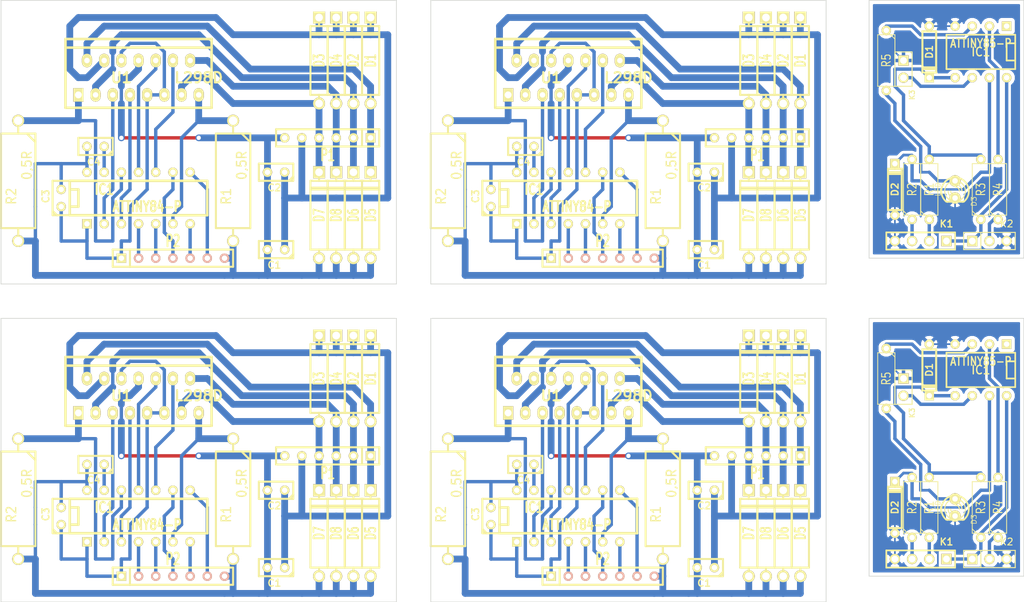
<source format=kicad_pcb>
(kicad_pcb (version 3) (host pcbnew "(2013-05-31 BZR 4019)-stable")
  (title_block (title LogStick))
  (layers (15 Dessus.Cu signal) (0 Dessous.Cu signal))
  (net 0 "")
  (net 1 +5V)
  (net 2 GND)
  (net 3 N-000001)
  (net 4 N-0000010)
  (net 5 N-0000011)
  (net 6 N-0000012)
  (net 7 N-0000013)
  (net 8 N-0000014)
  (net 9 N-0000015)
  (net 10 N-0000016)
  (net 11 N-0000017)
  (net 12 N-0000019)
  (net 13 N-000002)
  (net 14 N-000003)
  (net 15 N-000004)
  (net 16 N-000005)
  (net 17 N-000006)
  (net 18 N-000008)
  (net 19 N-000009)
  (module SIL-6 (layer Dessus.Cu) (at 161.29 113.03 180)
    (fp_text reference P1)
    (fp_text value CONN_6 hide)
    (pad 1 thru_hole rect (at -6.35 0 180) (size 1.397 1.397) (drill 0.8128) (layers *.Cu *.Mask Dessus.SilkS) (net 14 N-000003))
    (pad 2 thru_hole circle (at -3.81 0 180) (size 1.397 1.397) (drill 0.8128) (layers *.Cu *.Mask Dessus.SilkS) (net 15 N-000004))
    (pad 3 thru_hole circle (at -1.27 0 180) (size 1.397 1.397) (drill 0.8128) (layers *.Cu *.Mask Dessus.SilkS) (net 17 N-000006))
    (pad 4 thru_hole circle (at 1.27 0 180) (size 1.397 1.397) (drill 0.8128) (layers *.Cu *.Mask Dessus.SilkS) (net 16 N-000005))
    (pad 5 thru_hole circle (at 3.81 0 180) (size 1.397 1.397) (drill 0.8128) (layers *.Cu *.Mask Dessus.SilkS) (net 12 N-0000019))
    (pad 6 thru_hole circle (at 6.35 0 180) (size 1.397 1.397) (drill 0.8128) (layers *.Cu *.Mask Dessus.SilkS) (net 2 GND))
  )
  (module DIP-14__300 (layer Dessus.Cu) (at 133.35 121.92)
    (fp_text reference IC1)
    (fp_text value ATTINY84-P)
    (pad 1 thru_hole rect (at -7.62 3.81) (size 1.397 1.397) (drill 0.8128) (layers *.Cu *.Mask Dessus.SilkS) (net 1 +5V))
    (pad 2 thru_hole circle (at -5.08 3.81) (size 1.397 1.397) (drill 0.8128) (layers *.Cu *.Mask Dessus.SilkS) (net 8 N-0000014))
    (pad 3 thru_hole circle (at -2.54 3.81) (size 1.397 1.397) (drill 0.8128) (layers *.Cu *.Mask Dessus.SilkS) (net 7 N-0000013))
    (pad 4 thru_hole circle (at 0 3.81) (size 1.397 1.397) (drill 0.8128) (layers *.Cu *.Mask Dessus.SilkS) (net 4 N-0000010))
    (pad 5 thru_hole circle (at 2.54 3.81) (size 1.397 1.397) (drill 0.8128) (layers *.Cu *.Mask Dessus.SilkS) (net 6 N-0000012))
    (pad 6 thru_hole circle (at 5.08 3.81) (size 1.397 1.397) (drill 0.8128) (layers *.Cu *.Mask Dessus.SilkS) (net 10 N-0000016))
    (pad 7 thru_hole circle (at 7.62 3.81) (size 1.397 1.397) (drill 0.8128) (layers *.Cu *.Mask Dessus.SilkS) (net 19 N-000009))
    (pad 8 thru_hole circle (at 7.62 -3.81) (size 1.397 1.397) (drill 0.8128) (layers *.Cu *.Mask Dessus.SilkS) (net 13 N-000002))
    (pad 9 thru_hole circle (at 5.08 -3.81) (size 1.397 1.397) (drill 0.8128) (layers *.Cu *.Mask Dessus.SilkS) (net 3 N-000001))
    (pad 10 thru_hole circle (at 2.54 -3.81) (size 1.397 1.397) (drill 0.8128) (layers *.Cu *.Mask Dessus.SilkS) (net 9 N-0000015))
    (pad 11 thru_hole circle (at 0 -3.81) (size 1.397 1.397) (drill 0.8128) (layers *.Cu *.Mask Dessus.SilkS) (net 5 N-0000011))
    (pad 12 thru_hole circle (at -2.54 -3.81) (size 1.397 1.397) (drill 0.8128) (layers *.Cu *.Mask Dessus.SilkS) (net 11 N-0000017))
    (pad 13 thru_hole circle (at -5.08 -3.81) (size 1.397 1.397) (drill 0.8128) (layers *.Cu *.Mask Dessus.SilkS) (net 18 N-000008))
    (pad 14 thru_hole circle (at -7.62 -3.81) (size 1.397 1.397) (drill 0.8128) (layers *.Cu *.Mask Dessus.SilkS) (net 2 GND))
  )
  (module D5 (layer Dessus.Cu) (at 167.64 124.46 90)
    (fp_text reference D5)
    (fp_text value DIODE hide)
    (pad 1 thru_hole circle (at -6.35 0 90) (size 1.778 1.778) (drill 1.143) (layers *.Cu *.Mask Dessus.SilkS) (net 2 GND))
    (pad 2 thru_hole rect (at 6.35 0 90) (size 1.778 1.778) (drill 1.143) (layers *.Cu *.Mask Dessus.SilkS) (net 14 N-000003))
  )
  (module D5 (layer Dessus.Cu) (at 165.1 124.46 90)
    (fp_text reference D6)
    (fp_text value DIODE hide)
    (pad 1 thru_hole circle (at -6.35 0 90) (size 1.778 1.778) (drill 1.143) (layers *.Cu *.Mask Dessus.SilkS) (net 2 GND))
    (pad 2 thru_hole rect (at 6.35 0 90) (size 1.778 1.778) (drill 1.143) (layers *.Cu *.Mask Dessus.SilkS) (net 15 N-000004))
  )
  (module D5 (layer Dessus.Cu) (at 160.02 124.46 90)
    (fp_text reference D7)
    (fp_text value DIODE hide)
    (pad 1 thru_hole circle (at -6.35 0 90) (size 1.778 1.778) (drill 1.143) (layers *.Cu *.Mask Dessus.SilkS) (net 2 GND))
    (pad 2 thru_hole rect (at 6.35 0 90) (size 1.778 1.778) (drill 1.143) (layers *.Cu *.Mask Dessus.SilkS) (net 16 N-000005))
  )
  (module D5 (layer Dessus.Cu) (at 162.56 124.46 90)
    (fp_text reference D8)
    (fp_text value DIODE hide)
    (pad 1 thru_hole circle (at -6.35 0 90) (size 1.778 1.778) (drill 1.143) (layers *.Cu *.Mask Dessus.SilkS) (net 2 GND))
    (pad 2 thru_hole rect (at 6.35 0 90) (size 1.778 1.778) (drill 1.143) (layers *.Cu *.Mask Dessus.SilkS) (net 17 N-000006))
  )
  (module D5 (layer Dessus.Cu) (at 162.56 101.6 90)
    (fp_text reference D4)
    (fp_text value DIODE hide)
    (pad 1 thru_hole circle (at -6.35 0 90) (size 1.778 1.778) (drill 1.143) (layers *.Cu *.Mask Dessus.SilkS) (net 17 N-000006))
    (pad 2 thru_hole rect (at 6.35 0 90) (size 1.778 1.778) (drill 1.143) (layers *.Cu *.Mask Dessus.SilkS) (net 12 N-0000019))
  )
  (module D5 (layer Dessus.Cu) (at 160.02 101.6 90)
    (fp_text reference D3)
    (fp_text value DIODE hide)
    (pad 1 thru_hole circle (at -6.35 0 90) (size 1.778 1.778) (drill 1.143) (layers *.Cu *.Mask Dessus.SilkS) (net 16 N-000005))
    (pad 2 thru_hole rect (at 6.35 0 90) (size 1.778 1.778) (drill 1.143) (layers *.Cu *.Mask Dessus.SilkS) (net 12 N-0000019))
  )
  (module D5 (layer Dessus.Cu) (at 165.1 101.6 90)
    (fp_text reference D2)
    (fp_text value DIODE hide)
    (pad 1 thru_hole circle (at -6.35 0 90) (size 1.778 1.778) (drill 1.143) (layers *.Cu *.Mask Dessus.SilkS) (net 15 N-000004))
    (pad 2 thru_hole rect (at 6.35 0 90) (size 1.778 1.778) (drill 1.143) (layers *.Cu *.Mask Dessus.SilkS) (net 12 N-0000019))
  )
  (module D5 (layer Dessus.Cu) (at 167.64 101.6 90)
    (fp_text reference D1)
    (fp_text value DIODE hide)
    (pad 1 thru_hole circle (at -6.35 0 90) (size 1.778 1.778) (drill 1.143) (layers *.Cu *.Mask Dessus.SilkS) (net 14 N-000003))
    (pad 2 thru_hole rect (at 6.35 0 90) (size 1.778 1.778) (drill 1.143) (layers *.Cu *.Mask Dessus.SilkS) (net 12 N-0000019))
  )
  (module C1 (layer Dessus.Cu) (at 153.67 118.11 180)
    (fp_text reference C2)
    (fp_text value 100nF hide)
    (pad 1 thru_hole circle (at -1.27 0 180) (size 1.397 1.397) (drill 0.8128) (layers *.Cu *.Mask Dessus.SilkS) (net 12 N-0000019))
    (pad 2 thru_hole circle (at 1.27 0 180) (size 1.397 1.397) (drill 0.8128) (layers *.Cu *.Mask Dessus.SilkS) (net 2 GND))
  )
  (module C1 (layer Dessus.Cu) (at 153.67 129.54 180)
    (fp_text reference C1)
    (fp_text value 470uF hide)
    (pad 1 thru_hole circle (at -1.27 0 180) (size 1.397 1.397) (drill 0.8128) (layers *.Cu *.Mask Dessus.SilkS) (net 12 N-0000019))
    (pad 2 thru_hole circle (at 1.27 0 180) (size 1.397 1.397) (drill 0.8128) (layers *.Cu *.Mask Dessus.SilkS) (net 2 GND))
  )
  (module C1 (layer Dessus.Cu) (at 121.92 121.92 90)
    (fp_text reference C3)
    (fp_text value 100nF hide)
    (pad 1 thru_hole circle (at -1.27 0 90) (size 1.397 1.397) (drill 0.8128) (layers *.Cu *.Mask Dessus.SilkS) (net 1 +5V))
    (pad 2 thru_hole circle (at 1.27 0 90) (size 1.397 1.397) (drill 0.8128) (layers *.Cu *.Mask Dessus.SilkS) (net 2 GND))
  )
  (module C1 (layer Dessus.Cu) (at 127 114.3 180)
    (fp_text reference C4)
    (fp_text value 100nF hide)
    (pad 1 thru_hole circle (at -1.27 0 180) (size 1.397 1.397) (drill 0.8128) (layers *.Cu *.Mask Dessus.SilkS) (net 18 N-000008))
    (pad 2 thru_hole circle (at 1.27 0 180) (size 1.397 1.397) (drill 0.8128) (layers *.Cu *.Mask Dessus.SilkS) (net 2 GND))
  )
  (module Multiwatt15-O (layer Dessus.Cu) (at 133.35 104.14)
    (fp_text reference U1)
    (fp_text value L298D)
    (pad 1 thru_hole rect (at -8.89 2.54) (size 1.5 1.99898) (drill 1.016) (layers *.Cu *.Mask Dessus.SilkS) (net 11 N-0000017))
    (pad 2 thru_hole oval (at -7.62 -2.54) (size 1.5 1.99898) (drill 0.8128) (layers *.Cu *.Mask Dessus.SilkS) (net 14 N-000003))
    (pad 3 thru_hole oval (at -6.35 2.54) (size 1.5 1.99898) (drill 0.8128) (layers *.Cu *.Mask Dessus.SilkS) (net 15 N-000004))
    (pad 4 thru_hole oval (at -5.08 -2.54) (size 1.5 1.99898) (drill 0.8128) (layers *.Cu *.Mask Dessus.SilkS) (net 12 N-0000019))
    (pad 5 thru_hole oval (at -3.81 2.54) (size 1.5 1.99898) (drill 0.8128) (layers *.Cu *.Mask Dessus.SilkS) (net 8 N-0000014))
    (pad 6 thru_hole oval (at -2.54 -2.54) (size 1.5 1.99898) (drill 0.8128) (layers *.Cu *.Mask Dessus.SilkS) (net 1 +5V))
    (pad 7 thru_hole oval (at -1.27 2.54) (size 1.5 1.99898) (drill 0.8128) (layers *.Cu *.Mask Dessus.SilkS) (net 7 N-0000013))
    (pad 8 thru_hole oval (at 0 -2.54) (size 1.5 1.99898) (drill 0.8128) (layers *.Cu *.Mask Dessus.SilkS) (net 2 GND))
    (pad 9 thru_hole oval (at 1.27 2.54) (size 1.5 1.99898) (drill 0.8128) (layers *.Cu *.Mask Dessus.SilkS) (net 1 +5V))
    (pad 10 thru_hole oval (at 2.54 -2.54) (size 1.5 1.99898) (drill 0.8128) (layers *.Cu *.Mask Dessus.SilkS) (net 5 N-0000011))
    (pad 11 thru_hole oval (at 3.81 2.54) (size 1.5 1.99898) (drill 0.8128) (layers *.Cu *.Mask Dessus.SilkS) (net 1 +5V))
    (pad 12 thru_hole oval (at 5.08 -2.54) (size 1.5 1.99898) (drill 0.8128) (layers *.Cu *.Mask Dessus.SilkS) (net 9 N-0000015))
    (pad 13 thru_hole oval (at 6.35 2.54) (size 1.5 1.99898) (drill 0.8128) (layers *.Cu *.Mask Dessus.SilkS) (net 16 N-000005))
    (pad 14 thru_hole oval (at 7.62 -2.54) (size 1.5 1.99898) (drill 0.8128) (layers *.Cu *.Mask Dessus.SilkS) (net 17 N-000006))
    (pad 15 thru_hole oval (at 8.89 2.54) (size 1.5 1.99898) (drill 0.8128) (layers *.Cu *.Mask Dessus.SilkS) (net 10 N-0000016))
  )
  (module SIL-7 (layer Dessus.Cu) (at 138.43 130.81)
    (fp_text reference P2)
    (fp_text value CONN_7 hide)
    (pad 1 thru_hole rect (at -7.62 0) (size 1.397 1.397) (drill 0.8128) (layers *.Cu *.Mask Dessus.SilkS) (net 1 +5V))
    (pad 2 thru_hole circle (at -5.08 0) (size 1.397 1.397) (drill 0.8128) (layers *.Cu *.SilkS *.Mask) (net 4 N-0000010))
    (pad 3 thru_hole circle (at -2.54 0) (size 1.397 1.397) (drill 0.8128) (layers *.Cu *.SilkS *.Mask) (net 6 N-0000012))
    (pad 4 thru_hole circle (at 0 0) (size 1.397 1.397) (drill 0.8128) (layers *.Cu *.SilkS *.Mask) (net 3 N-000001))
    (pad 5 thru_hole circle (at 2.54 0) (size 1.397 1.397) (drill 0.8128) (layers *.Cu *.SilkS *.Mask) (net 19 N-000009))
    (pad 6 thru_hole circle (at 5.08 0) (size 1.397 1.397) (drill 0.8128) (layers *.Cu *.SilkS *.Mask) (net 13 N-000002))
    (pad 7 thru_hole circle (at 7.62 0) (size 1.397 1.397) (drill 0.8128) (layers *.Cu *.SilkS *.Mask) (net 2 GND))
  )
  (module R7 (layer Dessus.Cu) (at 147.32 119.38 270)
    (fp_text reference R1)
    (fp_text value 0,5R)
    (pad 1 thru_hole circle (at -8.89 0 270) (size 1.778 1.778) (drill 1.27) (layers *.Cu *.Mask Dessus.SilkS) (net 10 N-0000016))
    (pad 2 thru_hole circle (at 8.89 0 270) (size 1.778 1.778) (drill 1.27) (layers *.Cu *.Mask Dessus.SilkS) (net 2 GND))
  )
  (module R7 (layer Dessus.Cu) (at 115.57 119.38 270)
    (fp_text reference R2)
    (fp_text value 0,5R)
    (pad 1 thru_hole circle (at -8.89 0 270) (size 1.778 1.778) (drill 1.27) (layers *.Cu *.Mask Dessus.SilkS) (net 11 N-0000017))
    (pad 2 thru_hole circle (at 8.89 0 270) (size 1.778 1.778) (drill 1.27) (layers *.Cu *.Mask Dessus.SilkS) (net 2 GND))
  )
  (module SIL-6 (layer Dessus.Cu) (at 161.29 66.04 180)
    (fp_text reference P1)
    (fp_text value CONN_6 hide)
    (pad 1 thru_hole rect (at -6.35 0 180) (size 1.397 1.397) (drill 0.8128) (layers *.Cu *.Mask Dessus.SilkS) (net 14 N-000003))
    (pad 2 thru_hole circle (at -3.81 0 180) (size 1.397 1.397) (drill 0.8128) (layers *.Cu *.Mask Dessus.SilkS) (net 15 N-000004))
    (pad 3 thru_hole circle (at -1.27 0 180) (size 1.397 1.397) (drill 0.8128) (layers *.Cu *.Mask Dessus.SilkS) (net 17 N-000006))
    (pad 4 thru_hole circle (at 1.27 0 180) (size 1.397 1.397) (drill 0.8128) (layers *.Cu *.Mask Dessus.SilkS) (net 16 N-000005))
    (pad 5 thru_hole circle (at 3.81 0 180) (size 1.397 1.397) (drill 0.8128) (layers *.Cu *.Mask Dessus.SilkS) (net 12 N-0000019))
    (pad 6 thru_hole circle (at 6.35 0 180) (size 1.397 1.397) (drill 0.8128) (layers *.Cu *.Mask Dessus.SilkS) (net 2 GND))
  )
  (module DIP-14__300 (layer Dessus.Cu) (at 133.35 74.93)
    (fp_text reference IC1)
    (fp_text value ATTINY84-P)
    (pad 1 thru_hole rect (at -7.62 3.81) (size 1.397 1.397) (drill 0.8128) (layers *.Cu *.Mask Dessus.SilkS) (net 1 +5V))
    (pad 2 thru_hole circle (at -5.08 3.81) (size 1.397 1.397) (drill 0.8128) (layers *.Cu *.Mask Dessus.SilkS) (net 8 N-0000014))
    (pad 3 thru_hole circle (at -2.54 3.81) (size 1.397 1.397) (drill 0.8128) (layers *.Cu *.Mask Dessus.SilkS) (net 7 N-0000013))
    (pad 4 thru_hole circle (at 0 3.81) (size 1.397 1.397) (drill 0.8128) (layers *.Cu *.Mask Dessus.SilkS) (net 4 N-0000010))
    (pad 5 thru_hole circle (at 2.54 3.81) (size 1.397 1.397) (drill 0.8128) (layers *.Cu *.Mask Dessus.SilkS) (net 6 N-0000012))
    (pad 6 thru_hole circle (at 5.08 3.81) (size 1.397 1.397) (drill 0.8128) (layers *.Cu *.Mask Dessus.SilkS) (net 10 N-0000016))
    (pad 7 thru_hole circle (at 7.62 3.81) (size 1.397 1.397) (drill 0.8128) (layers *.Cu *.Mask Dessus.SilkS) (net 19 N-000009))
    (pad 8 thru_hole circle (at 7.62 -3.81) (size 1.397 1.397) (drill 0.8128) (layers *.Cu *.Mask Dessus.SilkS) (net 13 N-000002))
    (pad 9 thru_hole circle (at 5.08 -3.81) (size 1.397 1.397) (drill 0.8128) (layers *.Cu *.Mask Dessus.SilkS) (net 3 N-000001))
    (pad 10 thru_hole circle (at 2.54 -3.81) (size 1.397 1.397) (drill 0.8128) (layers *.Cu *.Mask Dessus.SilkS) (net 9 N-0000015))
    (pad 11 thru_hole circle (at 0 -3.81) (size 1.397 1.397) (drill 0.8128) (layers *.Cu *.Mask Dessus.SilkS) (net 5 N-0000011))
    (pad 12 thru_hole circle (at -2.54 -3.81) (size 1.397 1.397) (drill 0.8128) (layers *.Cu *.Mask Dessus.SilkS) (net 11 N-0000017))
    (pad 13 thru_hole circle (at -5.08 -3.81) (size 1.397 1.397) (drill 0.8128) (layers *.Cu *.Mask Dessus.SilkS) (net 18 N-000008))
    (pad 14 thru_hole circle (at -7.62 -3.81) (size 1.397 1.397) (drill 0.8128) (layers *.Cu *.Mask Dessus.SilkS) (net 2 GND))
  )
  (module D5 (layer Dessus.Cu) (at 167.64 77.47 90)
    (fp_text reference D5)
    (fp_text value DIODE hide)
    (pad 1 thru_hole circle (at -6.35 0 90) (size 1.778 1.778) (drill 1.143) (layers *.Cu *.Mask Dessus.SilkS) (net 2 GND))
    (pad 2 thru_hole rect (at 6.35 0 90) (size 1.778 1.778) (drill 1.143) (layers *.Cu *.Mask Dessus.SilkS) (net 14 N-000003))
  )
  (module D5 (layer Dessus.Cu) (at 165.1 77.47 90)
    (fp_text reference D6)
    (fp_text value DIODE hide)
    (pad 1 thru_hole circle (at -6.35 0 90) (size 1.778 1.778) (drill 1.143) (layers *.Cu *.Mask Dessus.SilkS) (net 2 GND))
    (pad 2 thru_hole rect (at 6.35 0 90) (size 1.778 1.778) (drill 1.143) (layers *.Cu *.Mask Dessus.SilkS) (net 15 N-000004))
  )
  (module D5 (layer Dessus.Cu) (at 160.02 77.47 90)
    (fp_text reference D7)
    (fp_text value DIODE hide)
    (pad 1 thru_hole circle (at -6.35 0 90) (size 1.778 1.778) (drill 1.143) (layers *.Cu *.Mask Dessus.SilkS) (net 2 GND))
    (pad 2 thru_hole rect (at 6.35 0 90) (size 1.778 1.778) (drill 1.143) (layers *.Cu *.Mask Dessus.SilkS) (net 16 N-000005))
  )
  (module D5 (layer Dessus.Cu) (at 162.56 77.47 90)
    (fp_text reference D8)
    (fp_text value DIODE hide)
    (pad 1 thru_hole circle (at -6.35 0 90) (size 1.778 1.778) (drill 1.143) (layers *.Cu *.Mask Dessus.SilkS) (net 2 GND))
    (pad 2 thru_hole rect (at 6.35 0 90) (size 1.778 1.778) (drill 1.143) (layers *.Cu *.Mask Dessus.SilkS) (net 17 N-000006))
  )
  (module D5 (layer Dessus.Cu) (at 162.56 54.61 90)
    (fp_text reference D4)
    (fp_text value DIODE hide)
    (pad 1 thru_hole circle (at -6.35 0 90) (size 1.778 1.778) (drill 1.143) (layers *.Cu *.Mask Dessus.SilkS) (net 17 N-000006))
    (pad 2 thru_hole rect (at 6.35 0 90) (size 1.778 1.778) (drill 1.143) (layers *.Cu *.Mask Dessus.SilkS) (net 12 N-0000019))
  )
  (module D5 (layer Dessus.Cu) (at 160.02 54.61 90)
    (fp_text reference D3)
    (fp_text value DIODE hide)
    (pad 1 thru_hole circle (at -6.35 0 90) (size 1.778 1.778) (drill 1.143) (layers *.Cu *.Mask Dessus.SilkS) (net 16 N-000005))
    (pad 2 thru_hole rect (at 6.35 0 90) (size 1.778 1.778) (drill 1.143) (layers *.Cu *.Mask Dessus.SilkS) (net 12 N-0000019))
  )
  (module D5 (layer Dessus.Cu) (at 165.1 54.61 90)
    (fp_text reference D2)
    (fp_text value DIODE hide)
    (pad 1 thru_hole circle (at -6.35 0 90) (size 1.778 1.778) (drill 1.143) (layers *.Cu *.Mask Dessus.SilkS) (net 15 N-000004))
    (pad 2 thru_hole rect (at 6.35 0 90) (size 1.778 1.778) (drill 1.143) (layers *.Cu *.Mask Dessus.SilkS) (net 12 N-0000019))
  )
  (module D5 (layer Dessus.Cu) (at 167.64 54.61 90)
    (fp_text reference D1)
    (fp_text value DIODE hide)
    (pad 1 thru_hole circle (at -6.35 0 90) (size 1.778 1.778) (drill 1.143) (layers *.Cu *.Mask Dessus.SilkS) (net 14 N-000003))
    (pad 2 thru_hole rect (at 6.35 0 90) (size 1.778 1.778) (drill 1.143) (layers *.Cu *.Mask Dessus.SilkS) (net 12 N-0000019))
  )
  (module C1 (layer Dessus.Cu) (at 153.67 71.12 180)
    (fp_text reference C2)
    (fp_text value 100nF hide)
    (pad 1 thru_hole circle (at -1.27 0 180) (size 1.397 1.397) (drill 0.8128) (layers *.Cu *.Mask Dessus.SilkS) (net 12 N-0000019))
    (pad 2 thru_hole circle (at 1.27 0 180) (size 1.397 1.397) (drill 0.8128) (layers *.Cu *.Mask Dessus.SilkS) (net 2 GND))
  )
  (module C1 (layer Dessus.Cu) (at 153.67 82.55 180)
    (fp_text reference C1)
    (fp_text value 470uF hide)
    (pad 1 thru_hole circle (at -1.27 0 180) (size 1.397 1.397) (drill 0.8128) (layers *.Cu *.Mask Dessus.SilkS) (net 12 N-0000019))
    (pad 2 thru_hole circle (at 1.27 0 180) (size 1.397 1.397) (drill 0.8128) (layers *.Cu *.Mask Dessus.SilkS) (net 2 GND))
  )
  (module C1 (layer Dessus.Cu) (at 121.92 74.93 90)
    (fp_text reference C3)
    (fp_text value 100nF hide)
    (pad 1 thru_hole circle (at -1.27 0 90) (size 1.397 1.397) (drill 0.8128) (layers *.Cu *.Mask Dessus.SilkS) (net 1 +5V))
    (pad 2 thru_hole circle (at 1.27 0 90) (size 1.397 1.397) (drill 0.8128) (layers *.Cu *.Mask Dessus.SilkS) (net 2 GND))
  )
  (module C1 (layer Dessus.Cu) (at 127 67.31 180)
    (fp_text reference C4)
    (fp_text value 100nF hide)
    (pad 1 thru_hole circle (at -1.27 0 180) (size 1.397 1.397) (drill 0.8128) (layers *.Cu *.Mask Dessus.SilkS) (net 18 N-000008))
    (pad 2 thru_hole circle (at 1.27 0 180) (size 1.397 1.397) (drill 0.8128) (layers *.Cu *.Mask Dessus.SilkS) (net 2 GND))
  )
  (module Multiwatt15-O (layer Dessus.Cu) (at 133.35 57.15)
    (fp_text reference U1)
    (fp_text value L298D)
    (pad 1 thru_hole rect (at -8.89 2.54) (size 1.5 1.99898) (drill 1.016) (layers *.Cu *.Mask Dessus.SilkS) (net 11 N-0000017))
    (pad 2 thru_hole oval (at -7.62 -2.54) (size 1.5 1.99898) (drill 0.8128) (layers *.Cu *.Mask Dessus.SilkS) (net 14 N-000003))
    (pad 3 thru_hole oval (at -6.35 2.54) (size 1.5 1.99898) (drill 0.8128) (layers *.Cu *.Mask Dessus.SilkS) (net 15 N-000004))
    (pad 4 thru_hole oval (at -5.08 -2.54) (size 1.5 1.99898) (drill 0.8128) (layers *.Cu *.Mask Dessus.SilkS) (net 12 N-0000019))
    (pad 5 thru_hole oval (at -3.81 2.54) (size 1.5 1.99898) (drill 0.8128) (layers *.Cu *.Mask Dessus.SilkS) (net 8 N-0000014))
    (pad 6 thru_hole oval (at -2.54 -2.54) (size 1.5 1.99898) (drill 0.8128) (layers *.Cu *.Mask Dessus.SilkS) (net 1 +5V))
    (pad 7 thru_hole oval (at -1.27 2.54) (size 1.5 1.99898) (drill 0.8128) (layers *.Cu *.Mask Dessus.SilkS) (net 7 N-0000013))
    (pad 8 thru_hole oval (at 0 -2.54) (size 1.5 1.99898) (drill 0.8128) (layers *.Cu *.Mask Dessus.SilkS) (net 2 GND))
    (pad 9 thru_hole oval (at 1.27 2.54) (size 1.5 1.99898) (drill 0.8128) (layers *.Cu *.Mask Dessus.SilkS) (net 1 +5V))
    (pad 10 thru_hole oval (at 2.54 -2.54) (size 1.5 1.99898) (drill 0.8128) (layers *.Cu *.Mask Dessus.SilkS) (net 5 N-0000011))
    (pad 11 thru_hole oval (at 3.81 2.54) (size 1.5 1.99898) (drill 0.8128) (layers *.Cu *.Mask Dessus.SilkS) (net 1 +5V))
    (pad 12 thru_hole oval (at 5.08 -2.54) (size 1.5 1.99898) (drill 0.8128) (layers *.Cu *.Mask Dessus.SilkS) (net 9 N-0000015))
    (pad 13 thru_hole oval (at 6.35 2.54) (size 1.5 1.99898) (drill 0.8128) (layers *.Cu *.Mask Dessus.SilkS) (net 16 N-000005))
    (pad 14 thru_hole oval (at 7.62 -2.54) (size 1.5 1.99898) (drill 0.8128) (layers *.Cu *.Mask Dessus.SilkS) (net 17 N-000006))
    (pad 15 thru_hole oval (at 8.89 2.54) (size 1.5 1.99898) (drill 0.8128) (layers *.Cu *.Mask Dessus.SilkS) (net 10 N-0000016))
  )
  (module SIL-7 (layer Dessus.Cu) (at 138.43 83.82)
    (fp_text reference P2)
    (fp_text value CONN_7 hide)
    (pad 1 thru_hole rect (at -7.62 0) (size 1.397 1.397) (drill 0.8128) (layers *.Cu *.Mask Dessus.SilkS) (net 1 +5V))
    (pad 2 thru_hole circle (at -5.08 0) (size 1.397 1.397) (drill 0.8128) (layers *.Cu *.SilkS *.Mask) (net 4 N-0000010))
    (pad 3 thru_hole circle (at -2.54 0) (size 1.397 1.397) (drill 0.8128) (layers *.Cu *.SilkS *.Mask) (net 6 N-0000012))
    (pad 4 thru_hole circle (at 0 0) (size 1.397 1.397) (drill 0.8128) (layers *.Cu *.SilkS *.Mask) (net 3 N-000001))
    (pad 5 thru_hole circle (at 2.54 0) (size 1.397 1.397) (drill 0.8128) (layers *.Cu *.SilkS *.Mask) (net 19 N-000009))
    (pad 6 thru_hole circle (at 5.08 0) (size 1.397 1.397) (drill 0.8128) (layers *.Cu *.SilkS *.Mask) (net 13 N-000002))
    (pad 7 thru_hole circle (at 7.62 0) (size 1.397 1.397) (drill 0.8128) (layers *.Cu *.SilkS *.Mask) (net 2 GND))
  )
  (module R7 (layer Dessus.Cu) (at 147.32 72.39 270)
    (fp_text reference R1)
    (fp_text value 0,5R)
    (pad 1 thru_hole circle (at -8.89 0 270) (size 1.778 1.778) (drill 1.27) (layers *.Cu *.Mask Dessus.SilkS) (net 10 N-0000016))
    (pad 2 thru_hole circle (at 8.89 0 270) (size 1.778 1.778) (drill 1.27) (layers *.Cu *.Mask Dessus.SilkS) (net 2 GND))
  )
  (module R7 (layer Dessus.Cu) (at 115.57 72.39 270)
    (fp_text reference R2)
    (fp_text value 0,5R)
    (pad 1 thru_hole circle (at -8.89 0 270) (size 1.778 1.778) (drill 1.27) (layers *.Cu *.Mask Dessus.SilkS) (net 11 N-0000017))
    (pad 2 thru_hole circle (at 8.89 0 270) (size 1.778 1.778) (drill 1.27) (layers *.Cu *.Mask Dessus.SilkS) (net 2 GND))
  )
  (module R3-5 (layer Dessus.Cu) (at 186.69 73.66 90)
    (fp_text reference R1)
    (fp_text value 68R hide)
    (pad 1 thru_hole circle (at -4.445 0 90) (size 1.397 1.397) (drill 0.8128) (layers *.Cu *.Mask Dessus.SilkS) (net 19 N-000009))
    (pad 2 thru_hole circle (at 4.445 0 90) (size 1.397 1.397) (drill 0.8128) (layers *.Cu *.Mask Dessus.SilkS) (net 6 N-0000012))
  )
  (module R3-5 (layer Dessus.Cu) (at 184.15 73.66 90)
    (fp_text reference R2)
    (fp_text value 68R hide)
    (pad 1 thru_hole circle (at -4.445 0 90) (size 1.397 1.397) (drill 0.8128) (layers *.Cu *.Mask Dessus.SilkS) (net 5 N-0000011))
    (pad 2 thru_hole circle (at 4.445 0 90) (size 1.397 1.397) (drill 0.8128) (layers *.Cu *.Mask Dessus.SilkS) (net 4 N-0000010))
  )
  (module R3-5 (layer Dessus.Cu) (at 194.31 73.66 90)
    (fp_text reference R3)
    (fp_text value 1k5 hide)
    (pad 1 thru_hole circle (at -4.445 0 90) (size 1.397 1.397) (drill 0.8128) (layers *.Cu *.Mask Dessus.SilkS) (net 1 +5V))
    (pad 2 thru_hole circle (at 4.445 0 90) (size 1.397 1.397) (drill 0.8128) (layers *.Cu *.Mask Dessus.SilkS) (net 6 N-0000012))
  )
  (module R3-5 (layer Dessus.Cu) (at 196.85 73.66 90)
    (fp_text reference R4)
    (fp_text value 68R hide)
    (pad 1 thru_hole circle (at -4.445 0 90) (size 1.397 1.397) (drill 0.8128) (layers *.Cu *.Mask Dessus.SilkS) (net 15 N-000004))
    (pad 2 thru_hole circle (at 4.445 0 90) (size 1.397 1.397) (drill 0.8128) (layers *.Cu *.Mask Dessus.SilkS) (net 14 N-000003))
  )
  (module R3-5 (layer Dessus.Cu) (at 180.34 54.61 270)
    (fp_text reference R5)
    (fp_text value 220R hide)
    (pad 1 thru_hole circle (at -4.445 0 270) (size 1.397 1.397) (drill 0.8128) (layers *.Cu *.Mask Dessus.SilkS) (net 18 N-000008))
    (pad 2 thru_hole circle (at 4.445 0 270) (size 1.397 1.397) (drill 0.8128) (layers *.Cu *.Mask Dessus.SilkS) (net 13 N-000002))
  )
  (module LED-3MM (layer Dessus.Cu) (at 190.5 73.66 270)
    (fp_text reference D3)
    (fp_text value LED)
    (pad 1 thru_hole circle (at -1.27 0 270) (size 1.6764 1.6764) (drill 0.8128) (layers *.Cu *.Mask Dessus.SilkS) (net 13 N-000002))
    (pad 2 thru_hole circle (at 1.27 0 270) (size 1.6764 1.6764) (drill 0.8128) (layers *.Cu *.Mask Dessus.SilkS) (net 2 GND))
  )
  (module D3 (layer Dessus.Cu) (at 186.69 53.34 270)
    (fp_text reference D1)
    (fp_text value 3,6V hide)
    (pad 2 thru_hole rect (at 3.81 0 270) (size 1.397 1.397) (drill 0.8128) (layers *.Cu *.Mask Dessus.SilkS) (net 6 N-0000012))
    (pad 1 thru_hole circle (at -3.81 0 270) (size 1.397 1.397) (drill 0.8128) (layers *.Cu *.Mask Dessus.SilkS) (net 2 GND))
  )
  (module D3 (layer Dessus.Cu) (at 181.61 73.66 90)
    (fp_text reference D2)
    (fp_text value 3,6V hide)
    (pad 2 thru_hole rect (at 3.81 0 90) (size 1.397 1.397) (drill 0.8128) (layers *.Cu *.Mask Dessus.SilkS) (net 4 N-0000010))
    (pad 1 thru_hole circle (at -3.81 0 90) (size 1.397 1.397) (drill 0.8128) (layers *.Cu *.Mask Dessus.SilkS) (net 2 GND))
  )
  (module DIP-8__300 (layer Dessus.Cu) (at 194.31 53.34 180)
    (fp_text reference IC1)
    (fp_text value ATTINY85-P)
    (pad 1 thru_hole rect (at -3.81 3.81 180) (size 1.397 1.397) (drill 0.8128) (layers *.Cu *.Mask Dessus.SilkS))
    (pad 2 thru_hole circle (at -1.27 3.81 180) (size 1.397 1.397) (drill 0.8128) (layers *.Cu *.Mask Dessus.SilkS) (net 14 N-000003))
    (pad 3 thru_hole circle (at 1.27 3.81 180) (size 1.397 1.397) (drill 0.8128) (layers *.Cu *.Mask Dessus.SilkS) (net 18 N-000008))
    (pad 4 thru_hole circle (at 3.81 3.81 180) (size 1.397 1.397) (drill 0.8128) (layers *.Cu *.Mask Dessus.SilkS) (net 2 GND))
    (pad 5 thru_hole circle (at 3.81 -3.81 180) (size 1.397 1.397) (drill 0.8128) (layers *.Cu *.Mask Dessus.SilkS) (net 6 N-0000012))
    (pad 6 thru_hole circle (at 1.27 -3.81 180) (size 1.397 1.397) (drill 0.8128) (layers *.Cu *.Mask Dessus.SilkS) (net 3 N-000001))
    (pad 7 thru_hole circle (at -1.27 -3.81 180) (size 1.397 1.397) (drill 0.8128) (layers *.Cu *.Mask Dessus.SilkS) (net 4 N-0000010))
    (pad 8 thru_hole circle (at -3.81 -3.81 180) (size 1.397 1.397) (drill 0.8128) (layers *.Cu *.Mask Dessus.SilkS) (net 1 +5V))
  )
  (module PIN_ARRAY_4x1 (layer Dessus.Cu) (at 185.42 81.28 180)
    (fp_text reference K1)
    (fp_text value USB hide)
    (pad 1 thru_hole rect (at -3.81 0 180) (size 1.524 1.524) (drill 1.016) (layers *.Cu *.Mask Dessus.SilkS) (net 1 +5V))
    (pad 2 thru_hole circle (at -1.27 0 180) (size 1.524 1.524) (drill 1.016) (layers *.Cu *.Mask Dessus.SilkS) (net 19 N-000009))
    (pad 3 thru_hole circle (at 1.27 0 180) (size 1.524 1.524) (drill 1.016) (layers *.Cu *.Mask Dessus.SilkS) (net 5 N-0000011))
    (pad 4 thru_hole circle (at 3.81 0 180) (size 1.524 1.524) (drill 1.016) (layers *.Cu *.Mask Dessus.SilkS) (net 2 GND))
  )
  (module PIN_ARRAY_3X1 (layer Dessus.Cu) (at 195.58 81.28)
    (fp_text reference K2)
    (fp_text value DHT44 hide)
    (pad 1 thru_hole rect (at -2.54 0) (size 1.524 1.524) (drill 1.016) (layers *.Cu *.Mask Dessus.SilkS) (net 1 +5V))
    (pad 2 thru_hole circle (at 0 0) (size 1.524 1.524) (drill 1.016) (layers *.Cu *.Mask Dessus.SilkS) (net 15 N-000004))
    (pad 3 thru_hole circle (at 2.54 0) (size 1.524 1.524) (drill 1.016) (layers *.Cu *.Mask Dessus.SilkS) (net 2 GND))
  )
  (module PIN_ARRAY_2X1 (layer Dessus.Cu) (at 182.88 55.88 270)
    (fp_text reference K3)
    (fp_text value SWITCH hide)
    (pad 1 thru_hole rect (at -1.27 0 270) (size 1.524 1.524) (drill 1.016) (layers *.Cu *.Mask Dessus.SilkS) (net 2 GND))
    (pad 2 thru_hole circle (at 1.27 0 270) (size 1.524 1.524) (drill 1.016) (layers *.Cu *.Mask Dessus.SilkS) (net 3 N-000001))
  )
  (module SIL-6 (layer Dessus.Cu) (at 97.79 113.03 180)
    (fp_text reference P1)
    (fp_text value CONN_6 hide)
    (pad 1 thru_hole rect (at -6.35 0 180) (size 1.397 1.397) (drill 0.8128) (layers *.Cu *.Mask Dessus.SilkS) (net 14 N-000003))
    (pad 2 thru_hole circle (at -3.81 0 180) (size 1.397 1.397) (drill 0.8128) (layers *.Cu *.Mask Dessus.SilkS) (net 15 N-000004))
    (pad 3 thru_hole circle (at -1.27 0 180) (size 1.397 1.397) (drill 0.8128) (layers *.Cu *.Mask Dessus.SilkS) (net 17 N-000006))
    (pad 4 thru_hole circle (at 1.27 0 180) (size 1.397 1.397) (drill 0.8128) (layers *.Cu *.Mask Dessus.SilkS) (net 16 N-000005))
    (pad 5 thru_hole circle (at 3.81 0 180) (size 1.397 1.397) (drill 0.8128) (layers *.Cu *.Mask Dessus.SilkS) (net 12 N-0000019))
    (pad 6 thru_hole circle (at 6.35 0 180) (size 1.397 1.397) (drill 0.8128) (layers *.Cu *.Mask Dessus.SilkS) (net 2 GND))
  )
  (module DIP-14__300 (layer Dessus.Cu) (at 69.85 121.92)
    (fp_text reference IC1)
    (fp_text value ATTINY84-P)
    (pad 1 thru_hole rect (at -7.62 3.81) (size 1.397 1.397) (drill 0.8128) (layers *.Cu *.Mask Dessus.SilkS) (net 1 +5V))
    (pad 2 thru_hole circle (at -5.08 3.81) (size 1.397 1.397) (drill 0.8128) (layers *.Cu *.Mask Dessus.SilkS) (net 8 N-0000014))
    (pad 3 thru_hole circle (at -2.54 3.81) (size 1.397 1.397) (drill 0.8128) (layers *.Cu *.Mask Dessus.SilkS) (net 7 N-0000013))
    (pad 4 thru_hole circle (at 0 3.81) (size 1.397 1.397) (drill 0.8128) (layers *.Cu *.Mask Dessus.SilkS) (net 4 N-0000010))
    (pad 5 thru_hole circle (at 2.54 3.81) (size 1.397 1.397) (drill 0.8128) (layers *.Cu *.Mask Dessus.SilkS) (net 6 N-0000012))
    (pad 6 thru_hole circle (at 5.08 3.81) (size 1.397 1.397) (drill 0.8128) (layers *.Cu *.Mask Dessus.SilkS) (net 10 N-0000016))
    (pad 7 thru_hole circle (at 7.62 3.81) (size 1.397 1.397) (drill 0.8128) (layers *.Cu *.Mask Dessus.SilkS) (net 19 N-000009))
    (pad 8 thru_hole circle (at 7.62 -3.81) (size 1.397 1.397) (drill 0.8128) (layers *.Cu *.Mask Dessus.SilkS) (net 13 N-000002))
    (pad 9 thru_hole circle (at 5.08 -3.81) (size 1.397 1.397) (drill 0.8128) (layers *.Cu *.Mask Dessus.SilkS) (net 3 N-000001))
    (pad 10 thru_hole circle (at 2.54 -3.81) (size 1.397 1.397) (drill 0.8128) (layers *.Cu *.Mask Dessus.SilkS) (net 9 N-0000015))
    (pad 11 thru_hole circle (at 0 -3.81) (size 1.397 1.397) (drill 0.8128) (layers *.Cu *.Mask Dessus.SilkS) (net 5 N-0000011))
    (pad 12 thru_hole circle (at -2.54 -3.81) (size 1.397 1.397) (drill 0.8128) (layers *.Cu *.Mask Dessus.SilkS) (net 11 N-0000017))
    (pad 13 thru_hole circle (at -5.08 -3.81) (size 1.397 1.397) (drill 0.8128) (layers *.Cu *.Mask Dessus.SilkS) (net 18 N-000008))
    (pad 14 thru_hole circle (at -7.62 -3.81) (size 1.397 1.397) (drill 0.8128) (layers *.Cu *.Mask Dessus.SilkS) (net 2 GND))
  )
  (module D5 (layer Dessus.Cu) (at 104.14 124.46 90)
    (fp_text reference D5)
    (fp_text value DIODE hide)
    (pad 1 thru_hole circle (at -6.35 0 90) (size 1.778 1.778) (drill 1.143) (layers *.Cu *.Mask Dessus.SilkS) (net 2 GND))
    (pad 2 thru_hole rect (at 6.35 0 90) (size 1.778 1.778) (drill 1.143) (layers *.Cu *.Mask Dessus.SilkS) (net 14 N-000003))
  )
  (module D5 (layer Dessus.Cu) (at 101.6 124.46 90)
    (fp_text reference D6)
    (fp_text value DIODE hide)
    (pad 1 thru_hole circle (at -6.35 0 90) (size 1.778 1.778) (drill 1.143) (layers *.Cu *.Mask Dessus.SilkS) (net 2 GND))
    (pad 2 thru_hole rect (at 6.35 0 90) (size 1.778 1.778) (drill 1.143) (layers *.Cu *.Mask Dessus.SilkS) (net 15 N-000004))
  )
  (module D5 (layer Dessus.Cu) (at 96.52 124.46 90)
    (fp_text reference D7)
    (fp_text value DIODE hide)
    (pad 1 thru_hole circle (at -6.35 0 90) (size 1.778 1.778) (drill 1.143) (layers *.Cu *.Mask Dessus.SilkS) (net 2 GND))
    (pad 2 thru_hole rect (at 6.35 0 90) (size 1.778 1.778) (drill 1.143) (layers *.Cu *.Mask Dessus.SilkS) (net 16 N-000005))
  )
  (module D5 (layer Dessus.Cu) (at 99.06 124.46 90)
    (fp_text reference D8)
    (fp_text value DIODE hide)
    (pad 1 thru_hole circle (at -6.35 0 90) (size 1.778 1.778) (drill 1.143) (layers *.Cu *.Mask Dessus.SilkS) (net 2 GND))
    (pad 2 thru_hole rect (at 6.35 0 90) (size 1.778 1.778) (drill 1.143) (layers *.Cu *.Mask Dessus.SilkS) (net 17 N-000006))
  )
  (module D5 (layer Dessus.Cu) (at 99.06 101.6 90)
    (fp_text reference D4)
    (fp_text value DIODE hide)
    (pad 1 thru_hole circle (at -6.35 0 90) (size 1.778 1.778) (drill 1.143) (layers *.Cu *.Mask Dessus.SilkS) (net 17 N-000006))
    (pad 2 thru_hole rect (at 6.35 0 90) (size 1.778 1.778) (drill 1.143) (layers *.Cu *.Mask Dessus.SilkS) (net 12 N-0000019))
  )
  (module D5 (layer Dessus.Cu) (at 96.52 101.6 90)
    (fp_text reference D3)
    (fp_text value DIODE hide)
    (pad 1 thru_hole circle (at -6.35 0 90) (size 1.778 1.778) (drill 1.143) (layers *.Cu *.Mask Dessus.SilkS) (net 16 N-000005))
    (pad 2 thru_hole rect (at 6.35 0 90) (size 1.778 1.778) (drill 1.143) (layers *.Cu *.Mask Dessus.SilkS) (net 12 N-0000019))
  )
  (module D5 (layer Dessus.Cu) (at 101.6 101.6 90)
    (fp_text reference D2)
    (fp_text value DIODE hide)
    (pad 1 thru_hole circle (at -6.35 0 90) (size 1.778 1.778) (drill 1.143) (layers *.Cu *.Mask Dessus.SilkS) (net 15 N-000004))
    (pad 2 thru_hole rect (at 6.35 0 90) (size 1.778 1.778) (drill 1.143) (layers *.Cu *.Mask Dessus.SilkS) (net 12 N-0000019))
  )
  (module D5 (layer Dessus.Cu) (at 104.14 101.6 90)
    (fp_text reference D1)
    (fp_text value DIODE hide)
    (pad 1 thru_hole circle (at -6.35 0 90) (size 1.778 1.778) (drill 1.143) (layers *.Cu *.Mask Dessus.SilkS) (net 14 N-000003))
    (pad 2 thru_hole rect (at 6.35 0 90) (size 1.778 1.778) (drill 1.143) (layers *.Cu *.Mask Dessus.SilkS) (net 12 N-0000019))
  )
  (module C1 (layer Dessus.Cu) (at 90.17 118.11 180)
    (fp_text reference C2)
    (fp_text value 100nF hide)
    (pad 1 thru_hole circle (at -1.27 0 180) (size 1.397 1.397) (drill 0.8128) (layers *.Cu *.Mask Dessus.SilkS) (net 12 N-0000019))
    (pad 2 thru_hole circle (at 1.27 0 180) (size 1.397 1.397) (drill 0.8128) (layers *.Cu *.Mask Dessus.SilkS) (net 2 GND))
  )
  (module C1 (layer Dessus.Cu) (at 90.17 129.54 180)
    (fp_text reference C1)
    (fp_text value 470uF hide)
    (pad 1 thru_hole circle (at -1.27 0 180) (size 1.397 1.397) (drill 0.8128) (layers *.Cu *.Mask Dessus.SilkS) (net 12 N-0000019))
    (pad 2 thru_hole circle (at 1.27 0 180) (size 1.397 1.397) (drill 0.8128) (layers *.Cu *.Mask Dessus.SilkS) (net 2 GND))
  )
  (module C1 (layer Dessus.Cu) (at 58.42 121.92 90)
    (fp_text reference C3)
    (fp_text value 100nF hide)
    (pad 1 thru_hole circle (at -1.27 0 90) (size 1.397 1.397) (drill 0.8128) (layers *.Cu *.Mask Dessus.SilkS) (net 1 +5V))
    (pad 2 thru_hole circle (at 1.27 0 90) (size 1.397 1.397) (drill 0.8128) (layers *.Cu *.Mask Dessus.SilkS) (net 2 GND))
  )
  (module C1 (layer Dessus.Cu) (at 63.5 114.3 180)
    (fp_text reference C4)
    (fp_text value 100nF hide)
    (pad 1 thru_hole circle (at -1.27 0 180) (size 1.397 1.397) (drill 0.8128) (layers *.Cu *.Mask Dessus.SilkS) (net 18 N-000008))
    (pad 2 thru_hole circle (at 1.27 0 180) (size 1.397 1.397) (drill 0.8128) (layers *.Cu *.Mask Dessus.SilkS) (net 2 GND))
  )
  (module Multiwatt15-O (layer Dessus.Cu) (at 69.85 104.14)
    (fp_text reference U1)
    (fp_text value L298D)
    (pad 1 thru_hole rect (at -8.89 2.54) (size 1.5 1.99898) (drill 1.016) (layers *.Cu *.Mask Dessus.SilkS) (net 11 N-0000017))
    (pad 2 thru_hole oval (at -7.62 -2.54) (size 1.5 1.99898) (drill 0.8128) (layers *.Cu *.Mask Dessus.SilkS) (net 14 N-000003))
    (pad 3 thru_hole oval (at -6.35 2.54) (size 1.5 1.99898) (drill 0.8128) (layers *.Cu *.Mask Dessus.SilkS) (net 15 N-000004))
    (pad 4 thru_hole oval (at -5.08 -2.54) (size 1.5 1.99898) (drill 0.8128) (layers *.Cu *.Mask Dessus.SilkS) (net 12 N-0000019))
    (pad 5 thru_hole oval (at -3.81 2.54) (size 1.5 1.99898) (drill 0.8128) (layers *.Cu *.Mask Dessus.SilkS) (net 8 N-0000014))
    (pad 6 thru_hole oval (at -2.54 -2.54) (size 1.5 1.99898) (drill 0.8128) (layers *.Cu *.Mask Dessus.SilkS) (net 1 +5V))
    (pad 7 thru_hole oval (at -1.27 2.54) (size 1.5 1.99898) (drill 0.8128) (layers *.Cu *.Mask Dessus.SilkS) (net 7 N-0000013))
    (pad 8 thru_hole oval (at 0 -2.54) (size 1.5 1.99898) (drill 0.8128) (layers *.Cu *.Mask Dessus.SilkS) (net 2 GND))
    (pad 9 thru_hole oval (at 1.27 2.54) (size 1.5 1.99898) (drill 0.8128) (layers *.Cu *.Mask Dessus.SilkS) (net 1 +5V))
    (pad 10 thru_hole oval (at 2.54 -2.54) (size 1.5 1.99898) (drill 0.8128) (layers *.Cu *.Mask Dessus.SilkS) (net 5 N-0000011))
    (pad 11 thru_hole oval (at 3.81 2.54) (size 1.5 1.99898) (drill 0.8128) (layers *.Cu *.Mask Dessus.SilkS) (net 1 +5V))
    (pad 12 thru_hole oval (at 5.08 -2.54) (size 1.5 1.99898) (drill 0.8128) (layers *.Cu *.Mask Dessus.SilkS) (net 9 N-0000015))
    (pad 13 thru_hole oval (at 6.35 2.54) (size 1.5 1.99898) (drill 0.8128) (layers *.Cu *.Mask Dessus.SilkS) (net 16 N-000005))
    (pad 14 thru_hole oval (at 7.62 -2.54) (size 1.5 1.99898) (drill 0.8128) (layers *.Cu *.Mask Dessus.SilkS) (net 17 N-000006))
    (pad 15 thru_hole oval (at 8.89 2.54) (size 1.5 1.99898) (drill 0.8128) (layers *.Cu *.Mask Dessus.SilkS) (net 10 N-0000016))
  )
  (module SIL-7 (layer Dessus.Cu) (at 74.93 130.81)
    (fp_text reference P2)
    (fp_text value CONN_7 hide)
    (pad 1 thru_hole rect (at -7.62 0) (size 1.397 1.397) (drill 0.8128) (layers *.Cu *.Mask Dessus.SilkS) (net 1 +5V))
    (pad 2 thru_hole circle (at -5.08 0) (size 1.397 1.397) (drill 0.8128) (layers *.Cu *.SilkS *.Mask) (net 4 N-0000010))
    (pad 3 thru_hole circle (at -2.54 0) (size 1.397 1.397) (drill 0.8128) (layers *.Cu *.SilkS *.Mask) (net 6 N-0000012))
    (pad 4 thru_hole circle (at 0 0) (size 1.397 1.397) (drill 0.8128) (layers *.Cu *.SilkS *.Mask) (net 3 N-000001))
    (pad 5 thru_hole circle (at 2.54 0) (size 1.397 1.397) (drill 0.8128) (layers *.Cu *.SilkS *.Mask) (net 19 N-000009))
    (pad 6 thru_hole circle (at 5.08 0) (size 1.397 1.397) (drill 0.8128) (layers *.Cu *.SilkS *.Mask) (net 13 N-000002))
    (pad 7 thru_hole circle (at 7.62 0) (size 1.397 1.397) (drill 0.8128) (layers *.Cu *.SilkS *.Mask) (net 2 GND))
  )
  (module R7 (layer Dessus.Cu) (at 83.82 119.38 270)
    (fp_text reference R1)
    (fp_text value 0,5R)
    (pad 1 thru_hole circle (at -8.89 0 270) (size 1.778 1.778) (drill 1.27) (layers *.Cu *.Mask Dessus.SilkS) (net 10 N-0000016))
    (pad 2 thru_hole circle (at 8.89 0 270) (size 1.778 1.778) (drill 1.27) (layers *.Cu *.Mask Dessus.SilkS) (net 2 GND))
  )
  (module R7 (layer Dessus.Cu) (at 52.07 119.38 270)
    (fp_text reference R2)
    (fp_text value 0,5R)
    (pad 1 thru_hole circle (at -8.89 0 270) (size 1.778 1.778) (drill 1.27) (layers *.Cu *.Mask Dessus.SilkS) (net 11 N-0000017))
    (pad 2 thru_hole circle (at 8.89 0 270) (size 1.778 1.778) (drill 1.27) (layers *.Cu *.Mask Dessus.SilkS) (net 2 GND))
  )
  (module R3-5 (layer Dessus.Cu) (at 186.69 120.65 90)
    (fp_text reference R1)
    (fp_text value 68R hide)
    (pad 1 thru_hole circle (at -4.445 0 90) (size 1.397 1.397) (drill 0.8128) (layers *.Cu *.Mask Dessus.SilkS) (net 19 N-000009))
    (pad 2 thru_hole circle (at 4.445 0 90) (size 1.397 1.397) (drill 0.8128) (layers *.Cu *.Mask Dessus.SilkS) (net 6 N-0000012))
  )
  (module R3-5 (layer Dessus.Cu) (at 184.15 120.65 90)
    (fp_text reference R2)
    (fp_text value 68R hide)
    (pad 1 thru_hole circle (at -4.445 0 90) (size 1.397 1.397) (drill 0.8128) (layers *.Cu *.Mask Dessus.SilkS) (net 5 N-0000011))
    (pad 2 thru_hole circle (at 4.445 0 90) (size 1.397 1.397) (drill 0.8128) (layers *.Cu *.Mask Dessus.SilkS) (net 4 N-0000010))
  )
  (module R3-5 (layer Dessus.Cu) (at 194.31 120.65 90)
    (fp_text reference R3)
    (fp_text value 1k5 hide)
    (pad 1 thru_hole circle (at -4.445 0 90) (size 1.397 1.397) (drill 0.8128) (layers *.Cu *.Mask Dessus.SilkS) (net 1 +5V))
    (pad 2 thru_hole circle (at 4.445 0 90) (size 1.397 1.397) (drill 0.8128) (layers *.Cu *.Mask Dessus.SilkS) (net 6 N-0000012))
  )
  (module R3-5 (layer Dessus.Cu) (at 196.85 120.65 90)
    (fp_text reference R4)
    (fp_text value 68R hide)
    (pad 1 thru_hole circle (at -4.445 0 90) (size 1.397 1.397) (drill 0.8128) (layers *.Cu *.Mask Dessus.SilkS) (net 15 N-000004))
    (pad 2 thru_hole circle (at 4.445 0 90) (size 1.397 1.397) (drill 0.8128) (layers *.Cu *.Mask Dessus.SilkS) (net 14 N-000003))
  )
  (module R3-5 (layer Dessus.Cu) (at 180.34 101.6 270)
    (fp_text reference R5)
    (fp_text value 220R hide)
    (pad 1 thru_hole circle (at -4.445 0 270) (size 1.397 1.397) (drill 0.8128) (layers *.Cu *.Mask Dessus.SilkS) (net 18 N-000008))
    (pad 2 thru_hole circle (at 4.445 0 270) (size 1.397 1.397) (drill 0.8128) (layers *.Cu *.Mask Dessus.SilkS) (net 13 N-000002))
  )
  (module LED-3MM (layer Dessus.Cu) (at 190.5 120.65 270)
    (fp_text reference D3)
    (fp_text value LED)
    (pad 1 thru_hole circle (at -1.27 0 270) (size 1.6764 1.6764) (drill 0.8128) (layers *.Cu *.Mask Dessus.SilkS) (net 13 N-000002))
    (pad 2 thru_hole circle (at 1.27 0 270) (size 1.6764 1.6764) (drill 0.8128) (layers *.Cu *.Mask Dessus.SilkS) (net 2 GND))
  )
  (module D3 (layer Dessus.Cu) (at 186.69 100.33 270)
    (fp_text reference D1)
    (fp_text value 3,6V hide)
    (pad 2 thru_hole rect (at 3.81 0 270) (size 1.397 1.397) (drill 0.8128) (layers *.Cu *.Mask Dessus.SilkS) (net 6 N-0000012))
    (pad 1 thru_hole circle (at -3.81 0 270) (size 1.397 1.397) (drill 0.8128) (layers *.Cu *.Mask Dessus.SilkS) (net 2 GND))
  )
  (module D3 (layer Dessus.Cu) (at 181.61 120.65 90)
    (fp_text reference D2)
    (fp_text value 3,6V hide)
    (pad 2 thru_hole rect (at 3.81 0 90) (size 1.397 1.397) (drill 0.8128) (layers *.Cu *.Mask Dessus.SilkS) (net 4 N-0000010))
    (pad 1 thru_hole circle (at -3.81 0 90) (size 1.397 1.397) (drill 0.8128) (layers *.Cu *.Mask Dessus.SilkS) (net 2 GND))
  )
  (module DIP-8__300 (layer Dessus.Cu) (at 194.31 100.33 180)
    (fp_text reference IC1)
    (fp_text value ATTINY85-P)
    (pad 1 thru_hole rect (at -3.81 3.81 180) (size 1.397 1.397) (drill 0.8128) (layers *.Cu *.Mask Dessus.SilkS))
    (pad 2 thru_hole circle (at -1.27 3.81 180) (size 1.397 1.397) (drill 0.8128) (layers *.Cu *.Mask Dessus.SilkS) (net 14 N-000003))
    (pad 3 thru_hole circle (at 1.27 3.81 180) (size 1.397 1.397) (drill 0.8128) (layers *.Cu *.Mask Dessus.SilkS) (net 18 N-000008))
    (pad 4 thru_hole circle (at 3.81 3.81 180) (size 1.397 1.397) (drill 0.8128) (layers *.Cu *.Mask Dessus.SilkS) (net 2 GND))
    (pad 5 thru_hole circle (at 3.81 -3.81 180) (size 1.397 1.397) (drill 0.8128) (layers *.Cu *.Mask Dessus.SilkS) (net 6 N-0000012))
    (pad 6 thru_hole circle (at 1.27 -3.81 180) (size 1.397 1.397) (drill 0.8128) (layers *.Cu *.Mask Dessus.SilkS) (net 3 N-000001))
    (pad 7 thru_hole circle (at -1.27 -3.81 180) (size 1.397 1.397) (drill 0.8128) (layers *.Cu *.Mask Dessus.SilkS) (net 4 N-0000010))
    (pad 8 thru_hole circle (at -3.81 -3.81 180) (size 1.397 1.397) (drill 0.8128) (layers *.Cu *.Mask Dessus.SilkS) (net 1 +5V))
  )
  (module PIN_ARRAY_4x1 (layer Dessus.Cu) (at 185.42 128.27 180)
    (fp_text reference K1)
    (fp_text value USB hide)
    (pad 1 thru_hole rect (at -3.81 0 180) (size 1.524 1.524) (drill 1.016) (layers *.Cu *.Mask Dessus.SilkS) (net 1 +5V))
    (pad 2 thru_hole circle (at -1.27 0 180) (size 1.524 1.524) (drill 1.016) (layers *.Cu *.Mask Dessus.SilkS) (net 19 N-000009))
    (pad 3 thru_hole circle (at 1.27 0 180) (size 1.524 1.524) (drill 1.016) (layers *.Cu *.Mask Dessus.SilkS) (net 5 N-0000011))
    (pad 4 thru_hole circle (at 3.81 0 180) (size 1.524 1.524) (drill 1.016) (layers *.Cu *.Mask Dessus.SilkS) (net 2 GND))
  )
  (module PIN_ARRAY_3X1 (layer Dessus.Cu) (at 195.58 128.27)
    (fp_text reference K2)
    (fp_text value DHT44 hide)
    (pad 1 thru_hole rect (at -2.54 0) (size 1.524 1.524) (drill 1.016) (layers *.Cu *.Mask Dessus.SilkS) (net 1 +5V))
    (pad 2 thru_hole circle (at 0 0) (size 1.524 1.524) (drill 1.016) (layers *.Cu *.Mask Dessus.SilkS) (net 15 N-000004))
    (pad 3 thru_hole circle (at 2.54 0) (size 1.524 1.524) (drill 1.016) (layers *.Cu *.Mask Dessus.SilkS) (net 2 GND))
  )
  (module PIN_ARRAY_2X1 (layer Dessus.Cu) (at 182.88 102.87 270)
    (fp_text reference K3)
    (fp_text value SWITCH hide)
    (pad 1 thru_hole rect (at -1.27 0 270) (size 1.524 1.524) (drill 1.016) (layers *.Cu *.Mask Dessus.SilkS) (net 2 GND))
    (pad 2 thru_hole circle (at 1.27 0 270) (size 1.524 1.524) (drill 1.016) (layers *.Cu *.Mask Dessus.SilkS) (net 3 N-000001))
  )
  (module SIL-6 (layer Dessus.Cu) (at 97.79 66.04 180)
    (fp_text reference P1)
    (fp_text value CONN_6 hide)
    (pad 1 thru_hole rect (at -6.35 0 180) (size 1.397 1.397) (drill 0.8128) (layers *.Cu *.Mask Dessus.SilkS) (net 14 N-000003))
    (pad 2 thru_hole circle (at -3.81 0 180) (size 1.397 1.397) (drill 0.8128) (layers *.Cu *.Mask Dessus.SilkS) (net 15 N-000004))
    (pad 3 thru_hole circle (at -1.27 0 180) (size 1.397 1.397) (drill 0.8128) (layers *.Cu *.Mask Dessus.SilkS) (net 17 N-000006))
    (pad 4 thru_hole circle (at 1.27 0 180) (size 1.397 1.397) (drill 0.8128) (layers *.Cu *.Mask Dessus.SilkS) (net 16 N-000005))
    (pad 5 thru_hole circle (at 3.81 0 180) (size 1.397 1.397) (drill 0.8128) (layers *.Cu *.Mask Dessus.SilkS) (net 12 N-0000019))
    (pad 6 thru_hole circle (at 6.35 0 180) (size 1.397 1.397) (drill 0.8128) (layers *.Cu *.Mask Dessus.SilkS) (net 2 GND))
  )
  (module DIP-14__300 (layer Dessus.Cu) (at 69.85 74.93)
    (fp_text reference IC1)
    (fp_text value ATTINY84-P)
    (pad 1 thru_hole rect (at -7.62 3.81) (size 1.397 1.397) (drill 0.8128) (layers *.Cu *.Mask Dessus.SilkS) (net 1 +5V))
    (pad 2 thru_hole circle (at -5.08 3.81) (size 1.397 1.397) (drill 0.8128) (layers *.Cu *.Mask Dessus.SilkS) (net 8 N-0000014))
    (pad 3 thru_hole circle (at -2.54 3.81) (size 1.397 1.397) (drill 0.8128) (layers *.Cu *.Mask Dessus.SilkS) (net 7 N-0000013))
    (pad 4 thru_hole circle (at 0 3.81) (size 1.397 1.397) (drill 0.8128) (layers *.Cu *.Mask Dessus.SilkS) (net 4 N-0000010))
    (pad 5 thru_hole circle (at 2.54 3.81) (size 1.397 1.397) (drill 0.8128) (layers *.Cu *.Mask Dessus.SilkS) (net 6 N-0000012))
    (pad 6 thru_hole circle (at 5.08 3.81) (size 1.397 1.397) (drill 0.8128) (layers *.Cu *.Mask Dessus.SilkS) (net 10 N-0000016))
    (pad 7 thru_hole circle (at 7.62 3.81) (size 1.397 1.397) (drill 0.8128) (layers *.Cu *.Mask Dessus.SilkS) (net 19 N-000009))
    (pad 8 thru_hole circle (at 7.62 -3.81) (size 1.397 1.397) (drill 0.8128) (layers *.Cu *.Mask Dessus.SilkS) (net 13 N-000002))
    (pad 9 thru_hole circle (at 5.08 -3.81) (size 1.397 1.397) (drill 0.8128) (layers *.Cu *.Mask Dessus.SilkS) (net 3 N-000001))
    (pad 10 thru_hole circle (at 2.54 -3.81) (size 1.397 1.397) (drill 0.8128) (layers *.Cu *.Mask Dessus.SilkS) (net 9 N-0000015))
    (pad 11 thru_hole circle (at 0 -3.81) (size 1.397 1.397) (drill 0.8128) (layers *.Cu *.Mask Dessus.SilkS) (net 5 N-0000011))
    (pad 12 thru_hole circle (at -2.54 -3.81) (size 1.397 1.397) (drill 0.8128) (layers *.Cu *.Mask Dessus.SilkS) (net 11 N-0000017))
    (pad 13 thru_hole circle (at -5.08 -3.81) (size 1.397 1.397) (drill 0.8128) (layers *.Cu *.Mask Dessus.SilkS) (net 18 N-000008))
    (pad 14 thru_hole circle (at -7.62 -3.81) (size 1.397 1.397) (drill 0.8128) (layers *.Cu *.Mask Dessus.SilkS) (net 2 GND))
  )
  (module D5 (layer Dessus.Cu) (at 104.14 77.47 90)
    (fp_text reference D5)
    (fp_text value DIODE hide)
    (pad 1 thru_hole circle (at -6.35 0 90) (size 1.778 1.778) (drill 1.143) (layers *.Cu *.Mask Dessus.SilkS) (net 2 GND))
    (pad 2 thru_hole rect (at 6.35 0 90) (size 1.778 1.778) (drill 1.143) (layers *.Cu *.Mask Dessus.SilkS) (net 14 N-000003))
  )
  (module D5 (layer Dessus.Cu) (at 101.6 77.47 90)
    (fp_text reference D6)
    (fp_text value DIODE hide)
    (pad 1 thru_hole circle (at -6.35 0 90) (size 1.778 1.778) (drill 1.143) (layers *.Cu *.Mask Dessus.SilkS) (net 2 GND))
    (pad 2 thru_hole rect (at 6.35 0 90) (size 1.778 1.778) (drill 1.143) (layers *.Cu *.Mask Dessus.SilkS) (net 15 N-000004))
  )
  (module D5 (layer Dessus.Cu) (at 96.52 77.47 90)
    (fp_text reference D7)
    (fp_text value DIODE hide)
    (pad 1 thru_hole circle (at -6.35 0 90) (size 1.778 1.778) (drill 1.143) (layers *.Cu *.Mask Dessus.SilkS) (net 2 GND))
    (pad 2 thru_hole rect (at 6.35 0 90) (size 1.778 1.778) (drill 1.143) (layers *.Cu *.Mask Dessus.SilkS) (net 16 N-000005))
  )
  (module D5 (layer Dessus.Cu) (at 99.06 77.47 90)
    (fp_text reference D8)
    (fp_text value DIODE hide)
    (pad 1 thru_hole circle (at -6.35 0 90) (size 1.778 1.778) (drill 1.143) (layers *.Cu *.Mask Dessus.SilkS) (net 2 GND))
    (pad 2 thru_hole rect (at 6.35 0 90) (size 1.778 1.778) (drill 1.143) (layers *.Cu *.Mask Dessus.SilkS) (net 17 N-000006))
  )
  (module D5 (layer Dessus.Cu) (at 99.06 54.61 90)
    (fp_text reference D4)
    (fp_text value DIODE hide)
    (pad 1 thru_hole circle (at -6.35 0 90) (size 1.778 1.778) (drill 1.143) (layers *.Cu *.Mask Dessus.SilkS) (net 17 N-000006))
    (pad 2 thru_hole rect (at 6.35 0 90) (size 1.778 1.778) (drill 1.143) (layers *.Cu *.Mask Dessus.SilkS) (net 12 N-0000019))
  )
  (module D5 (layer Dessus.Cu) (at 96.52 54.61 90)
    (fp_text reference D3)
    (fp_text value DIODE hide)
    (pad 1 thru_hole circle (at -6.35 0 90) (size 1.778 1.778) (drill 1.143) (layers *.Cu *.Mask Dessus.SilkS) (net 16 N-000005))
    (pad 2 thru_hole rect (at 6.35 0 90) (size 1.778 1.778) (drill 1.143) (layers *.Cu *.Mask Dessus.SilkS) (net 12 N-0000019))
  )
  (module D5 (layer Dessus.Cu) (at 101.6 54.61 90)
    (fp_text reference D2)
    (fp_text value DIODE hide)
    (pad 1 thru_hole circle (at -6.35 0 90) (size 1.778 1.778) (drill 1.143) (layers *.Cu *.Mask Dessus.SilkS) (net 15 N-000004))
    (pad 2 thru_hole rect (at 6.35 0 90) (size 1.778 1.778) (drill 1.143) (layers *.Cu *.Mask Dessus.SilkS) (net 12 N-0000019))
  )
  (module D5 (layer Dessus.Cu) (at 104.14 54.61 90)
    (fp_text reference D1)
    (fp_text value DIODE hide)
    (pad 1 thru_hole circle (at -6.35 0 90) (size 1.778 1.778) (drill 1.143) (layers *.Cu *.Mask Dessus.SilkS) (net 14 N-000003))
    (pad 2 thru_hole rect (at 6.35 0 90) (size 1.778 1.778) (drill 1.143) (layers *.Cu *.Mask Dessus.SilkS) (net 12 N-0000019))
  )
  (module C1 (layer Dessus.Cu) (at 90.17 71.12 180)
    (fp_text reference C2)
    (fp_text value 100nF hide)
    (pad 1 thru_hole circle (at -1.27 0 180) (size 1.397 1.397) (drill 0.8128) (layers *.Cu *.Mask Dessus.SilkS) (net 12 N-0000019))
    (pad 2 thru_hole circle (at 1.27 0 180) (size 1.397 1.397) (drill 0.8128) (layers *.Cu *.Mask Dessus.SilkS) (net 2 GND))
  )
  (module C1 (layer Dessus.Cu) (at 90.17 82.55 180)
    (fp_text reference C1)
    (fp_text value 470uF hide)
    (pad 1 thru_hole circle (at -1.27 0 180) (size 1.397 1.397) (drill 0.8128) (layers *.Cu *.Mask Dessus.SilkS) (net 12 N-0000019))
    (pad 2 thru_hole circle (at 1.27 0 180) (size 1.397 1.397) (drill 0.8128) (layers *.Cu *.Mask Dessus.SilkS) (net 2 GND))
  )
  (module C1 (layer Dessus.Cu) (at 58.42 74.93 90)
    (fp_text reference C3)
    (fp_text value 100nF hide)
    (pad 1 thru_hole circle (at -1.27 0 90) (size 1.397 1.397) (drill 0.8128) (layers *.Cu *.Mask Dessus.SilkS) (net 1 +5V))
    (pad 2 thru_hole circle (at 1.27 0 90) (size 1.397 1.397) (drill 0.8128) (layers *.Cu *.Mask Dessus.SilkS) (net 2 GND))
  )
  (module C1 (layer Dessus.Cu) (at 63.5 67.31 180)
    (fp_text reference C4)
    (fp_text value 100nF hide)
    (pad 1 thru_hole circle (at -1.27 0 180) (size 1.397 1.397) (drill 0.8128) (layers *.Cu *.Mask Dessus.SilkS) (net 18 N-000008))
    (pad 2 thru_hole circle (at 1.27 0 180) (size 1.397 1.397) (drill 0.8128) (layers *.Cu *.Mask Dessus.SilkS) (net 2 GND))
  )
  (module Multiwatt15-O (layer Dessus.Cu) (at 69.85 57.15)
    (fp_text reference U1)
    (fp_text value L298D)
    (pad 1 thru_hole rect (at -8.89 2.54) (size 1.5 1.99898) (drill 1.016) (layers *.Cu *.Mask Dessus.SilkS) (net 11 N-0000017))
    (pad 2 thru_hole oval (at -7.62 -2.54) (size 1.5 1.99898) (drill 0.8128) (layers *.Cu *.Mask Dessus.SilkS) (net 14 N-000003))
    (pad 3 thru_hole oval (at -6.35 2.54) (size 1.5 1.99898) (drill 0.8128) (layers *.Cu *.Mask Dessus.SilkS) (net 15 N-000004))
    (pad 4 thru_hole oval (at -5.08 -2.54) (size 1.5 1.99898) (drill 0.8128) (layers *.Cu *.Mask Dessus.SilkS) (net 12 N-0000019))
    (pad 5 thru_hole oval (at -3.81 2.54) (size 1.5 1.99898) (drill 0.8128) (layers *.Cu *.Mask Dessus.SilkS) (net 8 N-0000014))
    (pad 6 thru_hole oval (at -2.54 -2.54) (size 1.5 1.99898) (drill 0.8128) (layers *.Cu *.Mask Dessus.SilkS) (net 1 +5V))
    (pad 7 thru_hole oval (at -1.27 2.54) (size 1.5 1.99898) (drill 0.8128) (layers *.Cu *.Mask Dessus.SilkS) (net 7 N-0000013))
    (pad 8 thru_hole oval (at 0 -2.54) (size 1.5 1.99898) (drill 0.8128) (layers *.Cu *.Mask Dessus.SilkS) (net 2 GND))
    (pad 9 thru_hole oval (at 1.27 2.54) (size 1.5 1.99898) (drill 0.8128) (layers *.Cu *.Mask Dessus.SilkS) (net 1 +5V))
    (pad 10 thru_hole oval (at 2.54 -2.54) (size 1.5 1.99898) (drill 0.8128) (layers *.Cu *.Mask Dessus.SilkS) (net 5 N-0000011))
    (pad 11 thru_hole oval (at 3.81 2.54) (size 1.5 1.99898) (drill 0.8128) (layers *.Cu *.Mask Dessus.SilkS) (net 1 +5V))
    (pad 12 thru_hole oval (at 5.08 -2.54) (size 1.5 1.99898) (drill 0.8128) (layers *.Cu *.Mask Dessus.SilkS) (net 9 N-0000015))
    (pad 13 thru_hole oval (at 6.35 2.54) (size 1.5 1.99898) (drill 0.8128) (layers *.Cu *.Mask Dessus.SilkS) (net 16 N-000005))
    (pad 14 thru_hole oval (at 7.62 -2.54) (size 1.5 1.99898) (drill 0.8128) (layers *.Cu *.Mask Dessus.SilkS) (net 17 N-000006))
    (pad 15 thru_hole oval (at 8.89 2.54) (size 1.5 1.99898) (drill 0.8128) (layers *.Cu *.Mask Dessus.SilkS) (net 10 N-0000016))
  )
  (module SIL-7 (layer Dessus.Cu) (at 74.93 83.82)
    (fp_text reference P2)
    (fp_text value CONN_7 hide)
    (pad 1 thru_hole rect (at -7.62 0) (size 1.397 1.397) (drill 0.8128) (layers *.Cu *.Mask Dessus.SilkS) (net 1 +5V))
    (pad 2 thru_hole circle (at -5.08 0) (size 1.397 1.397) (drill 0.8128) (layers *.Cu *.SilkS *.Mask) (net 4 N-0000010))
    (pad 3 thru_hole circle (at -2.54 0) (size 1.397 1.397) (drill 0.8128) (layers *.Cu *.SilkS *.Mask) (net 6 N-0000012))
    (pad 4 thru_hole circle (at 0 0) (size 1.397 1.397) (drill 0.8128) (layers *.Cu *.SilkS *.Mask) (net 3 N-000001))
    (pad 5 thru_hole circle (at 2.54 0) (size 1.397 1.397) (drill 0.8128) (layers *.Cu *.SilkS *.Mask) (net 19 N-000009))
    (pad 6 thru_hole circle (at 5.08 0) (size 1.397 1.397) (drill 0.8128) (layers *.Cu *.SilkS *.Mask) (net 13 N-000002))
    (pad 7 thru_hole circle (at 7.62 0) (size 1.397 1.397) (drill 0.8128) (layers *.Cu *.SilkS *.Mask) (net 2 GND))
  )
  (module R7 (layer Dessus.Cu) (at 83.82 72.39 270)
    (fp_text reference R1)
    (fp_text value 0,5R)
    (pad 1 thru_hole circle (at -8.89 0 270) (size 1.778 1.778) (drill 1.27) (layers *.Cu *.Mask Dessus.SilkS) (net 10 N-0000016))
    (pad 2 thru_hole circle (at 8.89 0 270) (size 1.778 1.778) (drill 1.27) (layers *.Cu *.Mask Dessus.SilkS) (net 2 GND))
  )
  (module R7 (layer Dessus.Cu) (at 52.07 72.39 270)
    (fp_text reference R2)
    (fp_text value 0,5R)
    (pad 1 thru_hole circle (at -8.89 0 270) (size 1.778 1.778) (drill 1.27) (layers *.Cu *.Mask Dessus.SilkS) (net 11 N-0000017))
    (pad 2 thru_hole circle (at 8.89 0 270) (size 1.778 1.778) (drill 1.27) (layers *.Cu *.Mask Dessus.SilkS) (net 2 GND))
  )
  (segment (start 134.62 106.68) (end 134.62 120.65) (width 0.5) (layer Dessous.Cu) (net 1))
  (segment (start 134.62 120.65) (end 132.08 123.19) (width 0.5) (layer Dessous.Cu) (net 1))
  (segment (start 130.81 128.27) (end 130.81 130.81) (width 0.5) (layer Dessous.Cu) (net 1))
  (segment (start 132.08 123.19) (end 132.08 128.27) (width 0.5) (layer Dessous.Cu) (net 1))
  (segment (start 132.08 128.27) (end 130.81 128.27) (width 0.5) (layer Dessous.Cu) (net 1))
  (segment (start 134.62 106.68) (end 134.62 106.68) (width 0.5) (layer Dessous.Cu) (net 1))
  (segment (start 137.16 106.68) (end 137.16 100.33) (width 0.5) (layer Dessous.Cu) (net 1))
  (segment (start 134.62 106.68) (end 137.16 106.68) (width 0.5) (layer Dessous.Cu) (net 1))
  (segment (start 130.81 101.6) (end 130.81 100.33) (width 0.5) (layer Dessous.Cu) (net 1))
  (segment (start 130.81 100.33) (end 132.08 99.06) (width 0.5) (layer Dessous.Cu) (net 1))
  (segment (start 135.89 99.06) (end 137.16 100.33) (width 0.5) (layer Dessous.Cu) (net 1))
  (segment (start 132.08 99.06) (end 135.89 99.06) (width 0.5) (layer Dessous.Cu) (net 1))
  (segment (start 125.73 125.73) (end 125.73 128.27) (width 0.5) (layer Dessous.Cu) (net 1))
  (segment (start 130.81 130.81) (end 125.73 130.81) (width 0.5) (layer Dessous.Cu) (net 1))
  (segment (start 125.73 130.81) (end 125.73 128.27) (width 0.5) (layer Dessous.Cu) (net 1))
  (segment (start 125.73 128.27) (end 121.92 128.27) (width 0.5) (layer Dessous.Cu) (net 1))
  (segment (start 121.92 128.27) (end 121.92 128.27) (width 0.5) (layer Dessous.Cu) (net 1))
  (segment (start 121.92 128.27) (end 121.92 123.19) (width 0.5) (layer Dessous.Cu) (net 1))
  (segment (start 134.62 59.69) (end 134.62 73.66) (width 0.5) (layer Dessous.Cu) (net 1))
  (segment (start 134.62 73.66) (end 132.08 76.2) (width 0.5) (layer Dessous.Cu) (net 1))
  (segment (start 130.81 81.28) (end 130.81 83.82) (width 0.5) (layer Dessous.Cu) (net 1))
  (segment (start 132.08 76.2) (end 132.08 81.28) (width 0.5) (layer Dessous.Cu) (net 1))
  (segment (start 132.08 81.28) (end 130.81 81.28) (width 0.5) (layer Dessous.Cu) (net 1))
  (segment (start 134.62 59.69) (end 134.62 59.69) (width 0.5) (layer Dessous.Cu) (net 1))
  (segment (start 137.16 59.69) (end 137.16 53.34) (width 0.5) (layer Dessous.Cu) (net 1))
  (segment (start 134.62 59.69) (end 137.16 59.69) (width 0.5) (layer Dessous.Cu) (net 1))
  (segment (start 130.81 54.61) (end 130.81 53.34) (width 0.5) (layer Dessous.Cu) (net 1))
  (segment (start 130.81 53.34) (end 132.08 52.07) (width 0.5) (layer Dessous.Cu) (net 1))
  (segment (start 135.89 52.07) (end 137.16 53.34) (width 0.5) (layer Dessous.Cu) (net 1))
  (segment (start 132.08 52.07) (end 135.89 52.07) (width 0.5) (layer Dessous.Cu) (net 1))
  (segment (start 125.73 78.74) (end 125.73 81.28) (width 0.5) (layer Dessous.Cu) (net 1))
  (segment (start 130.81 83.82) (end 125.73 83.82) (width 0.5) (layer Dessous.Cu) (net 1))
  (segment (start 125.73 83.82) (end 125.73 81.28) (width 0.5) (layer Dessous.Cu) (net 1))
  (segment (start 125.73 81.28) (end 121.92 81.28) (width 0.5) (layer Dessous.Cu) (net 1))
  (segment (start 121.92 81.28) (end 121.92 81.28) (width 0.5) (layer Dessous.Cu) (net 1))
  (segment (start 121.92 81.28) (end 121.92 76.2) (width 0.5) (layer Dessous.Cu) (net 1))
  (segment (start 194.31 78.105) (end 194.31 77.47) (width 0.254) (layer Dessous.Cu) (net 1))
  (segment (start 194.31 77.47) (end 198.12 73.66) (width 0.5) (layer Dessous.Cu) (net 1))
  (segment (start 198.12 73.66) (end 198.12 57.15) (width 0.5) (layer Dessous.Cu) (net 1))
  (segment (start 193.04 81.28) (end 194.31 80.01) (width 0.5) (layer Dessous.Cu) (net 1))
  (segment (start 194.31 80.01) (end 194.31 78.105) (width 0.5) (layer Dessous.Cu) (net 1))
  (segment (start 193.04 81.28) (end 189.23 81.28) (width 0.5) (layer Dessous.Cu) (net 1))
  (segment (start 71.12 106.68) (end 71.12 120.65) (width 0.5) (layer Dessous.Cu) (net 1))
  (segment (start 71.12 120.65) (end 68.58 123.19) (width 0.5) (layer Dessous.Cu) (net 1))
  (segment (start 67.31 128.27) (end 67.31 130.81) (width 0.5) (layer Dessous.Cu) (net 1))
  (segment (start 68.58 123.19) (end 68.58 128.27) (width 0.5) (layer Dessous.Cu) (net 1))
  (segment (start 68.58 128.27) (end 67.31 128.27) (width 0.5) (layer Dessous.Cu) (net 1))
  (segment (start 71.12 106.68) (end 71.12 106.68) (width 0.5) (layer Dessous.Cu) (net 1))
  (segment (start 73.66 106.68) (end 73.66 100.33) (width 0.5) (layer Dessous.Cu) (net 1))
  (segment (start 71.12 106.68) (end 73.66 106.68) (width 0.5) (layer Dessous.Cu) (net 1))
  (segment (start 67.31 101.6) (end 67.31 100.33) (width 0.5) (layer Dessous.Cu) (net 1))
  (segment (start 67.31 100.33) (end 68.58 99.06) (width 0.5) (layer Dessous.Cu) (net 1))
  (segment (start 72.39 99.06) (end 73.66 100.33) (width 0.5) (layer Dessous.Cu) (net 1))
  (segment (start 68.58 99.06) (end 72.39 99.06) (width 0.5) (layer Dessous.Cu) (net 1))
  (segment (start 62.23 125.73) (end 62.23 128.27) (width 0.5) (layer Dessous.Cu) (net 1))
  (segment (start 67.31 130.81) (end 62.23 130.81) (width 0.5) (layer Dessous.Cu) (net 1))
  (segment (start 62.23 130.81) (end 62.23 128.27) (width 0.5) (layer Dessous.Cu) (net 1))
  (segment (start 62.23 128.27) (end 58.42 128.27) (width 0.5) (layer Dessous.Cu) (net 1))
  (segment (start 58.42 128.27) (end 58.42 128.27) (width 0.5) (layer Dessous.Cu) (net 1))
  (segment (start 58.42 128.27) (end 58.42 123.19) (width 0.5) (layer Dessous.Cu) (net 1))
  (segment (start 194.31 125.095) (end 194.31 124.46) (width 0.254) (layer Dessous.Cu) (net 1))
  (segment (start 194.31 124.46) (end 198.12 120.65) (width 0.5) (layer Dessous.Cu) (net 1))
  (segment (start 198.12 120.65) (end 198.12 104.14) (width 0.5) (layer Dessous.Cu) (net 1))
  (segment (start 193.04 128.27) (end 194.31 127) (width 0.5) (layer Dessous.Cu) (net 1))
  (segment (start 194.31 127) (end 194.31 125.095) (width 0.5) (layer Dessous.Cu) (net 1))
  (segment (start 193.04 128.27) (end 189.23 128.27) (width 0.5) (layer Dessous.Cu) (net 1))
  (segment (start 71.12 59.69) (end 71.12 73.66) (width 0.5) (layer Dessous.Cu) (net 1))
  (segment (start 71.12 73.66) (end 68.58 76.2) (width 0.5) (layer Dessous.Cu) (net 1))
  (segment (start 67.31 81.28) (end 67.31 83.82) (width 0.5) (layer Dessous.Cu) (net 1))
  (segment (start 68.58 76.2) (end 68.58 81.28) (width 0.5) (layer Dessous.Cu) (net 1))
  (segment (start 68.58 81.28) (end 67.31 81.28) (width 0.5) (layer Dessous.Cu) (net 1))
  (segment (start 71.12 59.69) (end 71.12 59.69) (width 0.5) (layer Dessous.Cu) (net 1))
  (segment (start 73.66 59.69) (end 73.66 53.34) (width 0.5) (layer Dessous.Cu) (net 1))
  (segment (start 71.12 59.69) (end 73.66 59.69) (width 0.5) (layer Dessous.Cu) (net 1))
  (segment (start 67.31 54.61) (end 67.31 53.34) (width 0.5) (layer Dessous.Cu) (net 1))
  (segment (start 67.31 53.34) (end 68.58 52.07) (width 0.5) (layer Dessous.Cu) (net 1))
  (segment (start 72.39 52.07) (end 73.66 53.34) (width 0.5) (layer Dessous.Cu) (net 1))
  (segment (start 68.58 52.07) (end 72.39 52.07) (width 0.5) (layer Dessous.Cu) (net 1))
  (segment (start 62.23 78.74) (end 62.23 81.28) (width 0.5) (layer Dessous.Cu) (net 1))
  (segment (start 67.31 83.82) (end 62.23 83.82) (width 0.5) (layer Dessous.Cu) (net 1))
  (segment (start 62.23 83.82) (end 62.23 81.28) (width 0.5) (layer Dessous.Cu) (net 1))
  (segment (start 62.23 81.28) (end 58.42 81.28) (width 0.5) (layer Dessous.Cu) (net 1))
  (segment (start 58.42 81.28) (end 58.42 81.28) (width 0.5) (layer Dessous.Cu) (net 1))
  (segment (start 58.42 81.28) (end 58.42 76.2) (width 0.5) (layer Dessous.Cu) (net 1))
  (segment (start 146.05 130.81) (end 147.32 130.81) (width 1) (layer Dessous.Cu) (net 2))
  (segment (start 147.32 128.27) (end 147.32 130.81) (width 1) (layer Dessous.Cu) (net 2))
  (segment (start 147.32 130.81) (end 147.32 133.35) (width 1) (layer Dessous.Cu) (net 2))
  (segment (start 152.4 133.35) (end 152.4 129.54) (width 1) (layer Dessous.Cu) (net 2))
  (segment (start 152.4 129.54) (end 152.4 118.11) (width 1) (layer Dessous.Cu) (net 2))
  (segment (start 152.4 118.11) (end 152.4 113.03) (width 1) (layer Dessous.Cu) (net 2))
  (segment (start 162.56 133.35) (end 162.56 130.81) (width 1) (layer Dessous.Cu) (net 2))
  (segment (start 160.02 133.35) (end 160.02 130.81) (width 1) (layer Dessous.Cu) (net 2))
  (segment (start 165.1 133.35) (end 167.64 133.35) (width 1) (layer Dessous.Cu) (net 2))
  (segment (start 167.64 133.35) (end 167.64 130.81) (width 1) (layer Dessous.Cu) (net 2))
  (segment (start 160.02 133.35) (end 162.56 133.35) (width 1) (layer Dessous.Cu) (net 2))
  (segment (start 162.56 133.35) (end 165.1 133.35) (width 1) (layer Dessous.Cu) (net 2))
  (segment (start 165.1 133.35) (end 165.1 130.81) (width 1) (layer Dessous.Cu) (net 2))
  (segment (start 157.48 133.35) (end 160.02 133.35) (width 1) (layer Dessous.Cu) (net 2))
  (segment (start 146.05 133.35) (end 147.32 133.35) (width 1) (layer Dessous.Cu) (net 2))
  (segment (start 147.32 133.35) (end 151.13 133.35) (width 1) (layer Dessous.Cu) (net 2))
  (segment (start 151.13 133.35) (end 152.4 133.35) (width 1) (layer Dessous.Cu) (net 2))
  (segment (start 152.4 133.35) (end 157.48 133.35) (width 1) (layer Dessous.Cu) (net 2))
  (segment (start 115.57 128.27) (end 118.11 128.27) (width 1) (layer Dessous.Cu) (net 2))
  (segment (start 133.35 101.6) (end 133.35 102.87) (width 1) (layer Dessous.Cu) (net 2))
  (via (at 130.81 113.03) (size 0.889) (layers Dessus.Cu Dessous.Cu) (net 2))
  (segment (start 130.81 113.03) (end 142.24 113.03) (width 0.5) (layer Dessus.Cu) (net 2))
  (via (at 142.24 113.03) (size 0.889) (layers Dessus.Cu Dessous.Cu) (net 2))
  (segment (start 142.24 113.03) (end 152.4 113.03) (width 1) (layer Dessous.Cu) (net 2))
  (segment (start 152.4 113.03) (end 154.94 113.03) (width 1) (layer Dessous.Cu) (net 2))
  (segment (start 130.81 104.14) (end 130.81 105.41) (width 1) (layer Dessous.Cu) (net 2))
  (segment (start 130.81 105.41) (end 130.81 107.95) (width 0.5) (layer Dessous.Cu) (net 2))
  (segment (start 130.81 107.95) (end 130.81 113.03) (width 1) (layer Dessous.Cu) (net 2))
  (segment (start 132.08 104.14) (end 130.81 104.14) (width 1) (layer Dessous.Cu) (net 2))
  (segment (start 133.35 102.87) (end 132.08 104.14) (width 1) (layer Dessous.Cu) (net 2))
  (segment (start 121.92 120.65) (end 121.92 116.84) (width 0.5) (layer Dessous.Cu) (net 2))
  (segment (start 125.73 116.84) (end 121.92 116.84) (width 0.5) (layer Dessous.Cu) (net 2))
  (segment (start 121.92 116.84) (end 118.11 116.84) (width 0.5) (layer Dessous.Cu) (net 2))
  (segment (start 118.11 116.84) (end 118.11 120.65) (width 0.5) (layer Dessous.Cu) (net 2))
  (segment (start 118.11 133.35) (end 118.11 128.27) (width 1) (layer Dessous.Cu) (net 2))
  (segment (start 118.11 128.27) (end 118.11 123.19) (width 0.5) (layer Dessous.Cu) (net 2))
  (segment (start 118.11 123.19) (end 118.11 120.65) (width 0.5) (layer Dessous.Cu) (net 2))
  (segment (start 146.05 133.35) (end 118.11 133.35) (width 1) (layer Dessous.Cu) (net 2))
  (segment (start 125.73 114.3) (end 125.73 116.84) (width 0.5) (layer Dessous.Cu) (net 2))
  (segment (start 125.73 116.84) (end 125.73 118.11) (width 0.5) (layer Dessous.Cu) (net 2))
  (segment (start 146.05 83.82) (end 147.32 83.82) (width 1) (layer Dessous.Cu) (net 2))
  (segment (start 147.32 81.28) (end 147.32 83.82) (width 1) (layer Dessous.Cu) (net 2))
  (segment (start 147.32 83.82) (end 147.32 86.36) (width 1) (layer Dessous.Cu) (net 2))
  (segment (start 152.4 86.36) (end 152.4 82.55) (width 1) (layer Dessous.Cu) (net 2))
  (segment (start 152.4 82.55) (end 152.4 71.12) (width 1) (layer Dessous.Cu) (net 2))
  (segment (start 152.4 71.12) (end 152.4 66.04) (width 1) (layer Dessous.Cu) (net 2))
  (segment (start 162.56 86.36) (end 162.56 83.82) (width 1) (layer Dessous.Cu) (net 2))
  (segment (start 160.02 86.36) (end 160.02 83.82) (width 1) (layer Dessous.Cu) (net 2))
  (segment (start 165.1 86.36) (end 167.64 86.36) (width 1) (layer Dessous.Cu) (net 2))
  (segment (start 167.64 86.36) (end 167.64 83.82) (width 1) (layer Dessous.Cu) (net 2))
  (segment (start 160.02 86.36) (end 162.56 86.36) (width 1) (layer Dessous.Cu) (net 2))
  (segment (start 162.56 86.36) (end 165.1 86.36) (width 1) (layer Dessous.Cu) (net 2))
  (segment (start 165.1 86.36) (end 165.1 83.82) (width 1) (layer Dessous.Cu) (net 2))
  (segment (start 157.48 86.36) (end 160.02 86.36) (width 1) (layer Dessous.Cu) (net 2))
  (segment (start 146.05 86.36) (end 147.32 86.36) (width 1) (layer Dessous.Cu) (net 2))
  (segment (start 147.32 86.36) (end 151.13 86.36) (width 1) (layer Dessous.Cu) (net 2))
  (segment (start 151.13 86.36) (end 152.4 86.36) (width 1) (layer Dessous.Cu) (net 2))
  (segment (start 152.4 86.36) (end 157.48 86.36) (width 1) (layer Dessous.Cu) (net 2))
  (segment (start 115.57 81.28) (end 118.11 81.28) (width 1) (layer Dessous.Cu) (net 2))
  (segment (start 133.35 54.61) (end 133.35 55.88) (width 1) (layer Dessous.Cu) (net 2))
  (via (at 130.81 66.04) (size 0.889) (layers Dessus.Cu Dessous.Cu) (net 2))
  (segment (start 130.81 66.04) (end 142.24 66.04) (width 0.5) (layer Dessus.Cu) (net 2))
  (via (at 142.24 66.04) (size 0.889) (layers Dessus.Cu Dessous.Cu) (net 2))
  (segment (start 142.24 66.04) (end 152.4 66.04) (width 1) (layer Dessous.Cu) (net 2))
  (segment (start 152.4 66.04) (end 154.94 66.04) (width 1) (layer Dessous.Cu) (net 2))
  (segment (start 130.81 57.15) (end 130.81 58.42) (width 1) (layer Dessous.Cu) (net 2))
  (segment (start 130.81 58.42) (end 130.81 60.96) (width 0.5) (layer Dessous.Cu) (net 2))
  (segment (start 130.81 60.96) (end 130.81 66.04) (width 1) (layer Dessous.Cu) (net 2))
  (segment (start 132.08 57.15) (end 130.81 57.15) (width 1) (layer Dessous.Cu) (net 2))
  (segment (start 133.35 55.88) (end 132.08 57.15) (width 1) (layer Dessous.Cu) (net 2))
  (segment (start 121.92 73.66) (end 121.92 69.85) (width 0.5) (layer Dessous.Cu) (net 2))
  (segment (start 125.73 69.85) (end 121.92 69.85) (width 0.5) (layer Dessous.Cu) (net 2))
  (segment (start 121.92 69.85) (end 118.11 69.85) (width 0.5) (layer Dessous.Cu) (net 2))
  (segment (start 118.11 69.85) (end 118.11 73.66) (width 0.5) (layer Dessous.Cu) (net 2))
  (segment (start 118.11 86.36) (end 118.11 81.28) (width 1) (layer Dessous.Cu) (net 2))
  (segment (start 118.11 81.28) (end 118.11 76.2) (width 0.5) (layer Dessous.Cu) (net 2))
  (segment (start 118.11 76.2) (end 118.11 73.66) (width 0.5) (layer Dessous.Cu) (net 2))
  (segment (start 146.05 86.36) (end 118.11 86.36) (width 1) (layer Dessous.Cu) (net 2))
  (segment (start 125.73 67.31) (end 125.73 69.85) (width 0.5) (layer Dessous.Cu) (net 2))
  (segment (start 125.73 69.85) (end 125.73 71.12) (width 0.5) (layer Dessous.Cu) (net 2))
  (segment (start 190.5 74.93) (end 190.5 77.47) (width 0.254) (layer Dessous.Cu) (net 2))
  (segment (start 190.5 77.47) (end 187.96 80.01) (width 0.254) (layer Dessous.Cu) (net 2))
  (segment (start 187.96 80.01) (end 187.96 82.55) (width 0.254) (layer Dessous.Cu) (net 2))
  (segment (start 187.96 82.55) (end 196.85 82.55) (width 0.254) (layer Dessous.Cu) (net 2))
  (segment (start 196.85 82.55) (end 198.12 81.28) (width 0.254) (layer Dessous.Cu) (net 2))
  (segment (start 182.88 54.61) (end 180.34 54.61) (width 0.254) (layer Dessous.Cu) (net 2))
  (segment (start 180.34 54.61) (end 179.07 55.88) (width 0.254) (layer Dessous.Cu) (net 2))
  (segment (start 179.07 55.88) (end 179.07 60.96) (width 0.254) (layer Dessous.Cu) (net 2))
  (segment (start 179.07 60.96) (end 180.34 62.23) (width 0.254) (layer Dessous.Cu) (net 2))
  (segment (start 180.34 62.23) (end 180.34 71.12) (width 0.254) (layer Dessous.Cu) (net 2))
  (segment (start 180.34 71.12) (end 181.61 72.39) (width 0.254) (layer Dessous.Cu) (net 2))
  (segment (start 181.61 72.39) (end 181.61 77.47) (width 0.254) (layer Dessous.Cu) (net 2))
  (segment (start 182.88 54.61) (end 180.34 52.07) (width 0.254) (layer Dessous.Cu) (net 2))
  (segment (start 180.34 52.07) (end 179.07 52.07) (width 0.254) (layer Dessous.Cu) (net 2))
  (segment (start 179.07 52.07) (end 179.07 48.26) (width 0.254) (layer Dessous.Cu) (net 2))
  (segment (start 179.07 48.26) (end 185.42 48.26) (width 0.254) (layer Dessous.Cu) (net 2))
  (segment (start 185.42 48.26) (end 186.69 49.53) (width 0.254) (layer Dessous.Cu) (net 2))
  (segment (start 181.61 77.47) (end 182.88 76.2) (width 0.254) (layer Dessous.Cu) (net 2))
  (segment (start 182.88 76.2) (end 189.23 76.2) (width 0.254) (layer Dessous.Cu) (net 2))
  (segment (start 189.23 76.2) (end 190.5 74.93) (width 0.254) (layer Dessous.Cu) (net 2))
  (segment (start 186.69 49.53) (end 190.5 49.53) (width 0.254) (layer Dessous.Cu) (net 2))
  (segment (start 181.61 77.47) (end 181.61 81.28) (width 0.254) (layer Dessous.Cu) (net 2))
  (segment (start 82.55 130.81) (end 83.82 130.81) (width 1) (layer Dessous.Cu) (net 2))
  (segment (start 83.82 128.27) (end 83.82 130.81) (width 1) (layer Dessous.Cu) (net 2))
  (segment (start 83.82 130.81) (end 83.82 133.35) (width 1) (layer Dessous.Cu) (net 2))
  (segment (start 88.9 133.35) (end 88.9 129.54) (width 1) (layer Dessous.Cu) (net 2))
  (segment (start 88.9 129.54) (end 88.9 118.11) (width 1) (layer Dessous.Cu) (net 2))
  (segment (start 88.9 118.11) (end 88.9 113.03) (width 1) (layer Dessous.Cu) (net 2))
  (segment (start 99.06 133.35) (end 99.06 130.81) (width 1) (layer Dessous.Cu) (net 2))
  (segment (start 96.52 133.35) (end 96.52 130.81) (width 1) (layer Dessous.Cu) (net 2))
  (segment (start 101.6 133.35) (end 104.14 133.35) (width 1) (layer Dessous.Cu) (net 2))
  (segment (start 104.14 133.35) (end 104.14 130.81) (width 1) (layer Dessous.Cu) (net 2))
  (segment (start 96.52 133.35) (end 99.06 133.35) (width 1) (layer Dessous.Cu) (net 2))
  (segment (start 99.06 133.35) (end 101.6 133.35) (width 1) (layer Dessous.Cu) (net 2))
  (segment (start 101.6 133.35) (end 101.6 130.81) (width 1) (layer Dessous.Cu) (net 2))
  (segment (start 93.98 133.35) (end 96.52 133.35) (width 1) (layer Dessous.Cu) (net 2))
  (segment (start 82.55 133.35) (end 83.82 133.35) (width 1) (layer Dessous.Cu) (net 2))
  (segment (start 83.82 133.35) (end 87.63 133.35) (width 1) (layer Dessous.Cu) (net 2))
  (segment (start 87.63 133.35) (end 88.9 133.35) (width 1) (layer Dessous.Cu) (net 2))
  (segment (start 88.9 133.35) (end 93.98 133.35) (width 1) (layer Dessous.Cu) (net 2))
  (segment (start 52.07 128.27) (end 54.61 128.27) (width 1) (layer Dessous.Cu) (net 2))
  (segment (start 69.85 101.6) (end 69.85 102.87) (width 1) (layer Dessous.Cu) (net 2))
  (via (at 67.31 113.03) (size 0.889) (layers Dessus.Cu Dessous.Cu) (net 2))
  (segment (start 67.31 113.03) (end 78.74 113.03) (width 0.5) (layer Dessus.Cu) (net 2))
  (via (at 78.74 113.03) (size 0.889) (layers Dessus.Cu Dessous.Cu) (net 2))
  (segment (start 78.74 113.03) (end 88.9 113.03) (width 1) (layer Dessous.Cu) (net 2))
  (segment (start 88.9 113.03) (end 91.44 113.03) (width 1) (layer Dessous.Cu) (net 2))
  (segment (start 67.31 104.14) (end 67.31 105.41) (width 1) (layer Dessous.Cu) (net 2))
  (segment (start 67.31 105.41) (end 67.31 107.95) (width 0.5) (layer Dessous.Cu) (net 2))
  (segment (start 67.31 107.95) (end 67.31 113.03) (width 1) (layer Dessous.Cu) (net 2))
  (segment (start 68.58 104.14) (end 67.31 104.14) (width 1) (layer Dessous.Cu) (net 2))
  (segment (start 69.85 102.87) (end 68.58 104.14) (width 1) (layer Dessous.Cu) (net 2))
  (segment (start 58.42 120.65) (end 58.42 116.84) (width 0.5) (layer Dessous.Cu) (net 2))
  (segment (start 62.23 116.84) (end 58.42 116.84) (width 0.5) (layer Dessous.Cu) (net 2))
  (segment (start 58.42 116.84) (end 54.61 116.84) (width 0.5) (layer Dessous.Cu) (net 2))
  (segment (start 54.61 116.84) (end 54.61 120.65) (width 0.5) (layer Dessous.Cu) (net 2))
  (segment (start 54.61 133.35) (end 54.61 128.27) (width 1) (layer Dessous.Cu) (net 2))
  (segment (start 54.61 128.27) (end 54.61 123.19) (width 0.5) (layer Dessous.Cu) (net 2))
  (segment (start 54.61 123.19) (end 54.61 120.65) (width 0.5) (layer Dessous.Cu) (net 2))
  (segment (start 82.55 133.35) (end 54.61 133.35) (width 1) (layer Dessous.Cu) (net 2))
  (segment (start 62.23 114.3) (end 62.23 116.84) (width 0.5) (layer Dessous.Cu) (net 2))
  (segment (start 62.23 116.84) (end 62.23 118.11) (width 0.5) (layer Dessous.Cu) (net 2))
  (segment (start 190.5 121.92) (end 190.5 124.46) (width 0.254) (layer Dessous.Cu) (net 2))
  (segment (start 190.5 124.46) (end 187.96 127) (width 0.254) (layer Dessous.Cu) (net 2))
  (segment (start 187.96 127) (end 187.96 129.54) (width 0.254) (layer Dessous.Cu) (net 2))
  (segment (start 187.96 129.54) (end 196.85 129.54) (width 0.254) (layer Dessous.Cu) (net 2))
  (segment (start 196.85 129.54) (end 198.12 128.27) (width 0.254) (layer Dessous.Cu) (net 2))
  (segment (start 182.88 101.6) (end 180.34 101.6) (width 0.254) (layer Dessous.Cu) (net 2))
  (segment (start 180.34 101.6) (end 179.07 102.87) (width 0.254) (layer Dessous.Cu) (net 2))
  (segment (start 179.07 102.87) (end 179.07 107.95) (width 0.254) (layer Dessous.Cu) (net 2))
  (segment (start 179.07 107.95) (end 180.34 109.22) (width 0.254) (layer Dessous.Cu) (net 2))
  (segment (start 180.34 109.22) (end 180.34 118.11) (width 0.254) (layer Dessous.Cu) (net 2))
  (segment (start 180.34 118.11) (end 181.61 119.38) (width 0.254) (layer Dessous.Cu) (net 2))
  (segment (start 181.61 119.38) (end 181.61 124.46) (width 0.254) (layer Dessous.Cu) (net 2))
  (segment (start 182.88 101.6) (end 180.34 99.06) (width 0.254) (layer Dessous.Cu) (net 2))
  (segment (start 180.34 99.06) (end 179.07 99.06) (width 0.254) (layer Dessous.Cu) (net 2))
  (segment (start 179.07 99.06) (end 179.07 95.25) (width 0.254) (layer Dessous.Cu) (net 2))
  (segment (start 179.07 95.25) (end 185.42 95.25) (width 0.254) (layer Dessous.Cu) (net 2))
  (segment (start 185.42 95.25) (end 186.69 96.52) (width 0.254) (layer Dessous.Cu) (net 2))
  (segment (start 181.61 124.46) (end 182.88 123.19) (width 0.254) (layer Dessous.Cu) (net 2))
  (segment (start 182.88 123.19) (end 189.23 123.19) (width 0.254) (layer Dessous.Cu) (net 2))
  (segment (start 189.23 123.19) (end 190.5 121.92) (width 0.254) (layer Dessous.Cu) (net 2))
  (segment (start 186.69 96.52) (end 190.5 96.52) (width 0.254) (layer Dessous.Cu) (net 2))
  (segment (start 181.61 124.46) (end 181.61 128.27) (width 0.254) (layer Dessous.Cu) (net 2))
  (segment (start 82.55 83.82) (end 83.82 83.82) (width 1) (layer Dessous.Cu) (net 2))
  (segment (start 83.82 81.28) (end 83.82 83.82) (width 1) (layer Dessous.Cu) (net 2))
  (segment (start 83.82 83.82) (end 83.82 86.36) (width 1) (layer Dessous.Cu) (net 2))
  (segment (start 88.9 86.36) (end 88.9 82.55) (width 1) (layer Dessous.Cu) (net 2))
  (segment (start 88.9 82.55) (end 88.9 71.12) (width 1) (layer Dessous.Cu) (net 2))
  (segment (start 88.9 71.12) (end 88.9 66.04) (width 1) (layer Dessous.Cu) (net 2))
  (segment (start 99.06 86.36) (end 99.06 83.82) (width 1) (layer Dessous.Cu) (net 2))
  (segment (start 96.52 86.36) (end 96.52 83.82) (width 1) (layer Dessous.Cu) (net 2))
  (segment (start 101.6 86.36) (end 104.14 86.36) (width 1) (layer Dessous.Cu) (net 2))
  (segment (start 104.14 86.36) (end 104.14 83.82) (width 1) (layer Dessous.Cu) (net 2))
  (segment (start 96.52 86.36) (end 99.06 86.36) (width 1) (layer Dessous.Cu) (net 2))
  (segment (start 99.06 86.36) (end 101.6 86.36) (width 1) (layer Dessous.Cu) (net 2))
  (segment (start 101.6 86.36) (end 101.6 83.82) (width 1) (layer Dessous.Cu) (net 2))
  (segment (start 93.98 86.36) (end 96.52 86.36) (width 1) (layer Dessous.Cu) (net 2))
  (segment (start 82.55 86.36) (end 83.82 86.36) (width 1) (layer Dessous.Cu) (net 2))
  (segment (start 83.82 86.36) (end 87.63 86.36) (width 1) (layer Dessous.Cu) (net 2))
  (segment (start 87.63 86.36) (end 88.9 86.36) (width 1) (layer Dessous.Cu) (net 2))
  (segment (start 88.9 86.36) (end 93.98 86.36) (width 1) (layer Dessous.Cu) (net 2))
  (segment (start 52.07 81.28) (end 54.61 81.28) (width 1) (layer Dessous.Cu) (net 2))
  (segment (start 69.85 54.61) (end 69.85 55.88) (width 1) (layer Dessous.Cu) (net 2))
  (via (at 67.31 66.04) (size 0.889) (layers Dessus.Cu Dessous.Cu) (net 2))
  (segment (start 67.31 66.04) (end 78.74 66.04) (width 0.5) (layer Dessus.Cu) (net 2))
  (via (at 78.74 66.04) (size 0.889) (layers Dessus.Cu Dessous.Cu) (net 2))
  (segment (start 78.74 66.04) (end 88.9 66.04) (width 1) (layer Dessous.Cu) (net 2))
  (segment (start 88.9 66.04) (end 91.44 66.04) (width 1) (layer Dessous.Cu) (net 2))
  (segment (start 67.31 57.15) (end 67.31 58.42) (width 1) (layer Dessous.Cu) (net 2))
  (segment (start 67.31 58.42) (end 67.31 60.96) (width 0.5) (layer Dessous.Cu) (net 2))
  (segment (start 67.31 60.96) (end 67.31 66.04) (width 1) (layer Dessous.Cu) (net 2))
  (segment (start 68.58 57.15) (end 67.31 57.15) (width 1) (layer Dessous.Cu) (net 2))
  (segment (start 69.85 55.88) (end 68.58 57.15) (width 1) (layer Dessous.Cu) (net 2))
  (segment (start 58.42 73.66) (end 58.42 69.85) (width 0.5) (layer Dessous.Cu) (net 2))
  (segment (start 62.23 69.85) (end 58.42 69.85) (width 0.5) (layer Dessous.Cu) (net 2))
  (segment (start 58.42 69.85) (end 54.61 69.85) (width 0.5) (layer Dessous.Cu) (net 2))
  (segment (start 54.61 69.85) (end 54.61 73.66) (width 0.5) (layer Dessous.Cu) (net 2))
  (segment (start 54.61 86.36) (end 54.61 81.28) (width 1) (layer Dessous.Cu) (net 2))
  (segment (start 54.61 81.28) (end 54.61 76.2) (width 0.5) (layer Dessous.Cu) (net 2))
  (segment (start 54.61 76.2) (end 54.61 73.66) (width 0.5) (layer Dessous.Cu) (net 2))
  (segment (start 82.55 86.36) (end 54.61 86.36) (width 1) (layer Dessous.Cu) (net 2))
  (segment (start 62.23 67.31) (end 62.23 69.85) (width 0.5) (layer Dessous.Cu) (net 2))
  (segment (start 62.23 69.85) (end 62.23 71.12) (width 0.5) (layer Dessous.Cu) (net 2))
  (segment (start 138.43 130.81) (end 138.43 128.27) (width 0.5) (layer Dessous.Cu) (net 3))
  (segment (start 138.43 120.65) (end 138.43 118.11) (width 0.5) (layer Dessous.Cu) (net 3))
  (segment (start 137.16 121.92) (end 138.43 120.65) (width 0.5) (layer Dessous.Cu) (net 3))
  (segment (start 137.16 127) (end 137.16 121.92) (width 0.5) (layer Dessous.Cu) (net 3))
  (segment (start 138.43 128.27) (end 137.16 127) (width 0.5) (layer Dessous.Cu) (net 3))
  (segment (start 138.43 83.82) (end 138.43 81.28) (width 0.5) (layer Dessous.Cu) (net 3))
  (segment (start 138.43 73.66) (end 138.43 71.12) (width 0.5) (layer Dessous.Cu) (net 3))
  (segment (start 137.16 74.93) (end 138.43 73.66) (width 0.5) (layer Dessous.Cu) (net 3))
  (segment (start 137.16 80.01) (end 137.16 74.93) (width 0.5) (layer Dessous.Cu) (net 3))
  (segment (start 138.43 81.28) (end 137.16 80.01) (width 0.5) (layer Dessous.Cu) (net 3))
  (segment (start 182.88 57.15) (end 184.15 57.15) (width 0.5) (layer Dessous.Cu) (net 3))
  (segment (start 184.15 57.15) (end 185.42 58.42) (width 0.5) (layer Dessous.Cu) (net 3))
  (segment (start 185.42 58.42) (end 191.77 58.42) (width 0.5) (layer Dessous.Cu) (net 3))
  (segment (start 191.77 58.42) (end 193.04 57.15) (width 0.5) (layer Dessous.Cu) (net 3))
  (segment (start 74.93 130.81) (end 74.93 128.27) (width 0.5) (layer Dessous.Cu) (net 3))
  (segment (start 74.93 120.65) (end 74.93 118.11) (width 0.5) (layer Dessous.Cu) (net 3))
  (segment (start 73.66 121.92) (end 74.93 120.65) (width 0.5) (layer Dessous.Cu) (net 3))
  (segment (start 73.66 127) (end 73.66 121.92) (width 0.5) (layer Dessous.Cu) (net 3))
  (segment (start 74.93 128.27) (end 73.66 127) (width 0.5) (layer Dessous.Cu) (net 3))
  (segment (start 182.88 104.14) (end 184.15 104.14) (width 0.5) (layer Dessous.Cu) (net 3))
  (segment (start 184.15 104.14) (end 185.42 105.41) (width 0.5) (layer Dessous.Cu) (net 3))
  (segment (start 185.42 105.41) (end 191.77 105.41) (width 0.5) (layer Dessous.Cu) (net 3))
  (segment (start 191.77 105.41) (end 193.04 104.14) (width 0.5) (layer Dessous.Cu) (net 3))
  (segment (start 74.93 83.82) (end 74.93 81.28) (width 0.5) (layer Dessous.Cu) (net 3))
  (segment (start 74.93 73.66) (end 74.93 71.12) (width 0.5) (layer Dessous.Cu) (net 3))
  (segment (start 73.66 74.93) (end 74.93 73.66) (width 0.5) (layer Dessous.Cu) (net 3))
  (segment (start 73.66 80.01) (end 73.66 74.93) (width 0.5) (layer Dessous.Cu) (net 3))
  (segment (start 74.93 81.28) (end 73.66 80.01) (width 0.5) (layer Dessous.Cu) (net 3))
  (segment (start 133.35 125.73) (end 133.35 130.81) (width 0.5) (layer Dessous.Cu) (net 4))
  (segment (start 133.35 78.74) (end 133.35 83.82) (width 0.5) (layer Dessous.Cu) (net 4))
  (segment (start 184.15 69.215) (end 184.15 72.39) (width 0.5) (layer Dessous.Cu) (net 4))
  (segment (start 195.58 71.12) (end 195.58 57.15) (width 0.5) (layer Dessous.Cu) (net 4))
  (segment (start 194.31 71.12) (end 195.58 71.12) (width 0.5) (layer Dessous.Cu) (net 4))
  (segment (start 191.77 73.66) (end 194.31 71.12) (width 0.5) (layer Dessous.Cu) (net 4))
  (segment (start 186.69 73.66) (end 191.77 73.66) (width 0.35) (layer Dessous.Cu) (net 4))
  (segment (start 185.42 72.39) (end 186.69 73.66) (width 0.5) (layer Dessous.Cu) (net 4))
  (segment (start 184.15 72.39) (end 185.42 72.39) (width 0.5) (layer Dessous.Cu) (net 4))
  (segment (start 184.15 69.215) (end 184.15 68.58) (width 0.254) (layer Dessous.Cu) (net 4))
  (segment (start 184.15 68.58) (end 182.88 68.58) (width 0.4) (layer Dessous.Cu) (net 4))
  (segment (start 182.88 68.58) (end 181.61 69.85) (width 0.4) (layer Dessous.Cu) (net 4))
  (segment (start 69.85 125.73) (end 69.85 130.81) (width 0.5) (layer Dessous.Cu) (net 4))
  (segment (start 184.15 116.205) (end 184.15 119.38) (width 0.5) (layer Dessous.Cu) (net 4))
  (segment (start 195.58 118.11) (end 195.58 104.14) (width 0.5) (layer Dessous.Cu) (net 4))
  (segment (start 194.31 118.11) (end 195.58 118.11) (width 0.5) (layer Dessous.Cu) (net 4))
  (segment (start 191.77 120.65) (end 194.31 118.11) (width 0.5) (layer Dessous.Cu) (net 4))
  (segment (start 186.69 120.65) (end 191.77 120.65) (width 0.35) (layer Dessous.Cu) (net 4))
  (segment (start 185.42 119.38) (end 186.69 120.65) (width 0.5) (layer Dessous.Cu) (net 4))
  (segment (start 184.15 119.38) (end 185.42 119.38) (width 0.5) (layer Dessous.Cu) (net 4))
  (segment (start 184.15 116.205) (end 184.15 115.57) (width 0.254) (layer Dessous.Cu) (net 4))
  (segment (start 184.15 115.57) (end 182.88 115.57) (width 0.4) (layer Dessous.Cu) (net 4))
  (segment (start 182.88 115.57) (end 181.61 116.84) (width 0.4) (layer Dessous.Cu) (net 4))
  (segment (start 69.85 78.74) (end 69.85 83.82) (width 0.5) (layer Dessous.Cu) (net 4))
  (segment (start 133.35 118.11) (end 133.35 105.41) (width 0.5) (layer Dessous.Cu) (net 5))
  (segment (start 135.89 102.87) (end 135.89 101.6) (width 0.5) (layer Dessous.Cu) (net 5))
  (segment (start 133.35 105.41) (end 135.89 102.87) (width 0.5) (layer Dessous.Cu) (net 5))
  (segment (start 133.35 71.12) (end 133.35 58.42) (width 0.5) (layer Dessous.Cu) (net 5))
  (segment (start 135.89 55.88) (end 135.89 54.61) (width 0.5) (layer Dessous.Cu) (net 5))
  (segment (start 133.35 58.42) (end 135.89 55.88) (width 0.5) (layer Dessous.Cu) (net 5))
  (segment (start 184.15 78.105) (end 184.15 81.28) (width 0.5) (layer Dessous.Cu) (net 5))
  (segment (start 69.85 118.11) (end 69.85 105.41) (width 0.5) (layer Dessous.Cu) (net 5))
  (segment (start 72.39 102.87) (end 72.39 101.6) (width 0.5) (layer Dessous.Cu) (net 5))
  (segment (start 69.85 105.41) (end 72.39 102.87) (width 0.5) (layer Dessous.Cu) (net 5))
  (segment (start 184.15 125.095) (end 184.15 128.27) (width 0.5) (layer Dessous.Cu) (net 5))
  (segment (start 69.85 71.12) (end 69.85 58.42) (width 0.5) (layer Dessous.Cu) (net 5))
  (segment (start 72.39 55.88) (end 72.39 54.61) (width 0.5) (layer Dessous.Cu) (net 5))
  (segment (start 69.85 58.42) (end 72.39 55.88) (width 0.5) (layer Dessous.Cu) (net 5))
  (segment (start 135.89 125.73) (end 135.89 130.81) (width 0.5) (layer Dessous.Cu) (net 6))
  (segment (start 135.89 78.74) (end 135.89 83.82) (width 0.5) (layer Dessous.Cu) (net 6))
  (segment (start 186.69 57.15) (end 185.42 55.88) (width 0.5) (layer Dessous.Cu) (net 6))
  (segment (start 185.42 55.88) (end 181.61 55.88) (width 0.5) (layer Dessous.Cu) (net 6))
  (segment (start 181.61 55.88) (end 181.61 58.42) (width 0.5) (layer Dessous.Cu) (net 6))
  (segment (start 181.61 58.42) (end 182.88 59.69) (width 0.5) (layer Dessous.Cu) (net 6))
  (segment (start 182.88 59.69) (end 182.88 63.5) (width 0.5) (layer Dessous.Cu) (net 6))
  (segment (start 182.88 63.5) (end 186.69 67.31) (width 0.5) (layer Dessous.Cu) (net 6))
  (segment (start 186.69 67.31) (end 186.69 69.215) (width 0.5) (layer Dessous.Cu) (net 6))
  (segment (start 186.69 69.215) (end 186.69 68.58) (width 0.5) (layer Dessous.Cu) (net 6))
  (segment (start 186.69 68.58) (end 194.31 68.58) (width 0.5) (layer Dessous.Cu) (net 6))
  (segment (start 194.31 68.58) (end 194.31 69.215) (width 0.5) (layer Dessous.Cu) (net 6))
  (segment (start 186.69 57.15) (end 190.5 57.15) (width 0.5) (layer Dessous.Cu) (net 6))
  (segment (start 72.39 125.73) (end 72.39 130.81) (width 0.5) (layer Dessous.Cu) (net 6))
  (segment (start 186.69 104.14) (end 185.42 102.87) (width 0.5) (layer Dessous.Cu) (net 6))
  (segment (start 185.42 102.87) (end 181.61 102.87) (width 0.5) (layer Dessous.Cu) (net 6))
  (segment (start 181.61 102.87) (end 181.61 105.41) (width 0.5) (layer Dessous.Cu) (net 6))
  (segment (start 181.61 105.41) (end 182.88 106.68) (width 0.5) (layer Dessous.Cu) (net 6))
  (segment (start 182.88 106.68) (end 182.88 110.49) (width 0.5) (layer Dessous.Cu) (net 6))
  (segment (start 182.88 110.49) (end 186.69 114.3) (width 0.5) (layer Dessous.Cu) (net 6))
  (segment (start 186.69 114.3) (end 186.69 116.205) (width 0.5) (layer Dessous.Cu) (net 6))
  (segment (start 186.69 116.205) (end 186.69 115.57) (width 0.5) (layer Dessous.Cu) (net 6))
  (segment (start 186.69 115.57) (end 194.31 115.57) (width 0.5) (layer Dessous.Cu) (net 6))
  (segment (start 194.31 115.57) (end 194.31 116.205) (width 0.5) (layer Dessous.Cu) (net 6))
  (segment (start 186.69 104.14) (end 190.5 104.14) (width 0.5) (layer Dessous.Cu) (net 6))
  (segment (start 72.39 78.74) (end 72.39 83.82) (width 0.5) (layer Dessous.Cu) (net 6))
  (segment (start 132.08 106.68) (end 132.08 120.65) (width 0.5) (layer Dessous.Cu) (net 7))
  (segment (start 130.81 121.92) (end 130.81 125.73) (width 0.5) (layer Dessous.Cu) (net 7))
  (segment (start 132.08 120.65) (end 130.81 121.92) (width 0.5) (layer Dessous.Cu) (net 7))
  (segment (start 132.08 59.69) (end 132.08 73.66) (width 0.5) (layer Dessous.Cu) (net 7))
  (segment (start 130.81 74.93) (end 130.81 78.74) (width 0.5) (layer Dessous.Cu) (net 7))
  (segment (start 132.08 73.66) (end 130.81 74.93) (width 0.5) (layer Dessous.Cu) (net 7))
  (segment (start 68.58 106.68) (end 68.58 120.65) (width 0.5) (layer Dessous.Cu) (net 7))
  (segment (start 67.31 121.92) (end 67.31 125.73) (width 0.5) (layer Dessous.Cu) (net 7))
  (segment (start 68.58 120.65) (end 67.31 121.92) (width 0.5) (layer Dessous.Cu) (net 7))
  (segment (start 68.58 59.69) (end 68.58 73.66) (width 0.5) (layer Dessous.Cu) (net 7))
  (segment (start 67.31 74.93) (end 67.31 78.74) (width 0.5) (layer Dessous.Cu) (net 7))
  (segment (start 68.58 73.66) (end 67.31 74.93) (width 0.5) (layer Dessous.Cu) (net 7))
  (segment (start 129.54 106.68) (end 129.54 120.65) (width 0.5) (layer Dessous.Cu) (net 8))
  (segment (start 128.27 121.92) (end 128.27 125.73) (width 0.5) (layer Dessous.Cu) (net 8))
  (segment (start 129.54 120.65) (end 128.27 121.92) (width 0.5) (layer Dessous.Cu) (net 8))
  (segment (start 129.54 59.69) (end 129.54 73.66) (width 0.5) (layer Dessous.Cu) (net 8))
  (segment (start 128.27 74.93) (end 128.27 78.74) (width 0.5) (layer Dessous.Cu) (net 8))
  (segment (start 129.54 73.66) (end 128.27 74.93) (width 0.5) (layer Dessous.Cu) (net 8))
  (segment (start 66.04 106.68) (end 66.04 120.65) (width 0.5) (layer Dessous.Cu) (net 8))
  (segment (start 64.77 121.92) (end 64.77 125.73) (width 0.5) (layer Dessous.Cu) (net 8))
  (segment (start 66.04 120.65) (end 64.77 121.92) (width 0.5) (layer Dessous.Cu) (net 8))
  (segment (start 66.04 59.69) (end 66.04 73.66) (width 0.5) (layer Dessous.Cu) (net 8))
  (segment (start 64.77 74.93) (end 64.77 78.74) (width 0.5) (layer Dessous.Cu) (net 8))
  (segment (start 66.04 73.66) (end 64.77 74.93) (width 0.5) (layer Dessous.Cu) (net 8))
  (segment (start 138.43 101.6) (end 138.43 109.22) (width 0.5) (layer Dessous.Cu) (net 9))
  (segment (start 135.89 111.76) (end 135.89 118.11) (width 0.5) (layer Dessous.Cu) (net 9))
  (segment (start 138.43 109.22) (end 135.89 111.76) (width 0.5) (layer Dessous.Cu) (net 9))
  (segment (start 138.43 54.61) (end 138.43 62.23) (width 0.5) (layer Dessous.Cu) (net 9))
  (segment (start 135.89 64.77) (end 135.89 71.12) (width 0.5) (layer Dessous.Cu) (net 9))
  (segment (start 138.43 62.23) (end 135.89 64.77) (width 0.5) (layer Dessous.Cu) (net 9))
  (segment (start 74.93 101.6) (end 74.93 109.22) (width 0.5) (layer Dessous.Cu) (net 9))
  (segment (start 72.39 111.76) (end 72.39 118.11) (width 0.5) (layer Dessous.Cu) (net 9))
  (segment (start 74.93 109.22) (end 72.39 111.76) (width 0.5) (layer Dessous.Cu) (net 9))
  (segment (start 74.93 54.61) (end 74.93 62.23) (width 0.5) (layer Dessous.Cu) (net 9))
  (segment (start 72.39 64.77) (end 72.39 71.12) (width 0.5) (layer Dessous.Cu) (net 9))
  (segment (start 74.93 62.23) (end 72.39 64.77) (width 0.5) (layer Dessous.Cu) (net 9))
  (segment (start 142.24 110.49) (end 147.32 110.49) (width 1) (layer Dessous.Cu) (net 10))
  (segment (start 142.24 110.49) (end 142.24 106.68) (width 1) (layer Dessous.Cu) (net 10))
  (segment (start 138.43 125.73) (end 138.43 124.46) (width 0.5) (layer Dessous.Cu) (net 10))
  (segment (start 139.7 113.03) (end 142.24 110.49) (width 0.5) (layer Dessous.Cu) (net 10))
  (segment (start 139.7 123.19) (end 139.7 113.03) (width 0.5) (layer Dessous.Cu) (net 10))
  (segment (start 138.43 124.46) (end 139.7 123.19) (width 0.5) (layer Dessous.Cu) (net 10))
  (segment (start 142.24 63.5) (end 147.32 63.5) (width 1) (layer Dessous.Cu) (net 10))
  (segment (start 142.24 63.5) (end 142.24 59.69) (width 1) (layer Dessous.Cu) (net 10))
  (segment (start 138.43 78.74) (end 138.43 77.47) (width 0.5) (layer Dessous.Cu) (net 10))
  (segment (start 139.7 66.04) (end 142.24 63.5) (width 0.5) (layer Dessous.Cu) (net 10))
  (segment (start 139.7 76.2) (end 139.7 66.04) (width 0.5) (layer Dessous.Cu) (net 10))
  (segment (start 138.43 77.47) (end 139.7 76.2) (width 0.5) (layer Dessous.Cu) (net 10))
  (segment (start 78.74 110.49) (end 83.82 110.49) (width 1) (layer Dessous.Cu) (net 10))
  (segment (start 78.74 110.49) (end 78.74 106.68) (width 1) (layer Dessous.Cu) (net 10))
  (segment (start 74.93 125.73) (end 74.93 124.46) (width 0.5) (layer Dessous.Cu) (net 10))
  (segment (start 76.2 113.03) (end 78.74 110.49) (width 0.5) (layer Dessous.Cu) (net 10))
  (segment (start 76.2 123.19) (end 76.2 113.03) (width 0.5) (layer Dessous.Cu) (net 10))
  (segment (start 74.93 124.46) (end 76.2 123.19) (width 0.5) (layer Dessous.Cu) (net 10))
  (segment (start 78.74 63.5) (end 83.82 63.5) (width 1) (layer Dessous.Cu) (net 10))
  (segment (start 78.74 63.5) (end 78.74 59.69) (width 1) (layer Dessous.Cu) (net 10))
  (segment (start 74.93 78.74) (end 74.93 77.47) (width 0.5) (layer Dessous.Cu) (net 10))
  (segment (start 76.2 66.04) (end 78.74 63.5) (width 0.5) (layer Dessous.Cu) (net 10))
  (segment (start 76.2 76.2) (end 76.2 66.04) (width 0.5) (layer Dessous.Cu) (net 10))
  (segment (start 74.93 77.47) (end 76.2 76.2) (width 0.5) (layer Dessous.Cu) (net 10))
  (segment (start 124.46 110.49) (end 124.46 106.68) (width 1) (layer Dessous.Cu) (net 11))
  (segment (start 115.57 110.49) (end 124.46 110.49) (width 1) (layer Dessous.Cu) (net 11))
  (segment (start 124.46 110.49) (end 127 110.49) (width 0.5) (layer Dessous.Cu) (net 11))
  (segment (start 130.81 120.65) (end 130.81 118.11) (width 0.5) (layer Dessous.Cu) (net 11))
  (segment (start 129.54 121.92) (end 130.81 120.65) (width 0.5) (layer Dessous.Cu) (net 11))
  (segment (start 129.54 128.27) (end 129.54 121.92) (width 0.5) (layer Dessous.Cu) (net 11))
  (segment (start 127 128.27) (end 129.54 128.27) (width 0.5) (layer Dessous.Cu) (net 11))
  (segment (start 127 110.49) (end 127 128.27) (width 0.5) (layer Dessous.Cu) (net 11))
  (segment (start 124.46 63.5) (end 124.46 59.69) (width 1) (layer Dessous.Cu) (net 11))
  (segment (start 115.57 63.5) (end 124.46 63.5) (width 1) (layer Dessous.Cu) (net 11))
  (segment (start 124.46 63.5) (end 127 63.5) (width 0.5) (layer Dessous.Cu) (net 11))
  (segment (start 130.81 73.66) (end 130.81 71.12) (width 0.5) (layer Dessous.Cu) (net 11))
  (segment (start 129.54 74.93) (end 130.81 73.66) (width 0.5) (layer Dessous.Cu) (net 11))
  (segment (start 129.54 81.28) (end 129.54 74.93) (width 0.5) (layer Dessous.Cu) (net 11))
  (segment (start 127 81.28) (end 129.54 81.28) (width 0.5) (layer Dessous.Cu) (net 11))
  (segment (start 127 63.5) (end 127 81.28) (width 0.5) (layer Dessous.Cu) (net 11))
  (segment (start 60.96 110.49) (end 60.96 106.68) (width 1) (layer Dessous.Cu) (net 11))
  (segment (start 52.07 110.49) (end 60.96 110.49) (width 1) (layer Dessous.Cu) (net 11))
  (segment (start 60.96 110.49) (end 63.5 110.49) (width 0.5) (layer Dessous.Cu) (net 11))
  (segment (start 67.31 120.65) (end 67.31 118.11) (width 0.5) (layer Dessous.Cu) (net 11))
  (segment (start 66.04 121.92) (end 67.31 120.65) (width 0.5) (layer Dessous.Cu) (net 11))
  (segment (start 66.04 128.27) (end 66.04 121.92) (width 0.5) (layer Dessous.Cu) (net 11))
  (segment (start 63.5 128.27) (end 66.04 128.27) (width 0.5) (layer Dessous.Cu) (net 11))
  (segment (start 63.5 110.49) (end 63.5 128.27) (width 0.5) (layer Dessous.Cu) (net 11))
  (segment (start 60.96 63.5) (end 60.96 59.69) (width 1) (layer Dessous.Cu) (net 11))
  (segment (start 52.07 63.5) (end 60.96 63.5) (width 1) (layer Dessous.Cu) (net 11))
  (segment (start 60.96 63.5) (end 63.5 63.5) (width 0.5) (layer Dessous.Cu) (net 11))
  (segment (start 67.31 73.66) (end 67.31 71.12) (width 0.5) (layer Dessous.Cu) (net 11))
  (segment (start 66.04 74.93) (end 67.31 73.66) (width 0.5) (layer Dessous.Cu) (net 11))
  (segment (start 66.04 81.28) (end 66.04 74.93) (width 0.5) (layer Dessous.Cu) (net 11))
  (segment (start 63.5 81.28) (end 66.04 81.28) (width 0.5) (layer Dessous.Cu) (net 11))
  (segment (start 63.5 63.5) (end 63.5 81.28) (width 0.5) (layer Dessous.Cu) (net 11))
  (segment (start 157.48 121.92) (end 154.94 121.92) (width 1) (layer Dessous.Cu) (net 12))
  (segment (start 154.94 118.11) (end 154.94 121.92) (width 1) (layer Dessous.Cu) (net 12))
  (segment (start 154.94 121.92) (end 154.94 129.54) (width 1) (layer Dessous.Cu) (net 12))
  (segment (start 157.48 113.03) (end 157.48 121.92) (width 1) (layer Dessous.Cu) (net 12))
  (segment (start 167.64 97.79) (end 167.64 95.25) (width 1) (layer Dessous.Cu) (net 12))
  (segment (start 165.1 97.79) (end 165.1 95.25) (width 1) (layer Dessous.Cu) (net 12))
  (segment (start 162.56 97.79) (end 162.56 95.25) (width 1) (layer Dessous.Cu) (net 12))
  (segment (start 128.27 101.6) (end 125.73 104.14) (width 1) (layer Dessous.Cu) (net 12))
  (segment (start 144.78 95.25) (end 147.32 97.79) (width 1) (layer Dessous.Cu) (net 12))
  (segment (start 124.46 95.25) (end 144.78 95.25) (width 1) (layer Dessous.Cu) (net 12))
  (segment (start 144.78 95.25) (end 144.78 95.25) (width 0.5) (layer Dessous.Cu) (net 12))
  (segment (start 123.19 96.52) (end 124.46 95.25) (width 1) (layer Dessous.Cu) (net 12))
  (segment (start 123.19 102.87) (end 123.19 96.52) (width 1) (layer Dessous.Cu) (net 12))
  (segment (start 124.46 104.14) (end 123.19 102.87) (width 1) (layer Dessous.Cu) (net 12))
  (segment (start 125.73 104.14) (end 124.46 104.14) (width 1) (layer Dessous.Cu) (net 12))
  (segment (start 160.02 95.25) (end 160.02 97.79) (width 1) (layer Dessous.Cu) (net 12))
  (segment (start 147.32 97.79) (end 160.02 97.79) (width 1) (layer Dessous.Cu) (net 12))
  (segment (start 170.18 97.79) (end 167.64 97.79) (width 1) (layer Dessous.Cu) (net 12))
  (segment (start 167.64 97.79) (end 165.1 97.79) (width 1) (layer Dessous.Cu) (net 12))
  (segment (start 162.56 97.79) (end 165.1 97.79) (width 1) (layer Dessous.Cu) (net 12))
  (segment (start 160.02 97.79) (end 162.56 97.79) (width 1) (layer Dessous.Cu) (net 12))
  (segment (start 160.02 95.25) (end 160.02 97.79) (width 0.5) (layer Dessous.Cu) (net 12))
  (segment (start 162.56 121.92) (end 170.18 121.92) (width 1) (layer Dessous.Cu) (net 12))
  (segment (start 170.18 121.92) (end 170.18 97.79) (width 1) (layer Dessous.Cu) (net 12))
  (segment (start 162.56 121.92) (end 157.48 121.92) (width 1) (layer Dessous.Cu) (net 12))
  (segment (start 157.48 74.93) (end 154.94 74.93) (width 1) (layer Dessous.Cu) (net 12))
  (segment (start 154.94 71.12) (end 154.94 74.93) (width 1) (layer Dessous.Cu) (net 12))
  (segment (start 154.94 74.93) (end 154.94 82.55) (width 1) (layer Dessous.Cu) (net 12))
  (segment (start 157.48 66.04) (end 157.48 74.93) (width 1) (layer Dessous.Cu) (net 12))
  (segment (start 167.64 50.8) (end 167.64 48.26) (width 1) (layer Dessous.Cu) (net 12))
  (segment (start 165.1 50.8) (end 165.1 48.26) (width 1) (layer Dessous.Cu) (net 12))
  (segment (start 162.56 50.8) (end 162.56 48.26) (width 1) (layer Dessous.Cu) (net 12))
  (segment (start 128.27 54.61) (end 125.73 57.15) (width 1) (layer Dessous.Cu) (net 12))
  (segment (start 144.78 48.26) (end 147.32 50.8) (width 1) (layer Dessous.Cu) (net 12))
  (segment (start 124.46 48.26) (end 144.78 48.26) (width 1) (layer Dessous.Cu) (net 12))
  (segment (start 144.78 48.26) (end 144.78 48.26) (width 0.5) (layer Dessous.Cu) (net 12))
  (segment (start 123.19 49.53) (end 124.46 48.26) (width 1) (layer Dessous.Cu) (net 12))
  (segment (start 123.19 55.88) (end 123.19 49.53) (width 1) (layer Dessous.Cu) (net 12))
  (segment (start 124.46 57.15) (end 123.19 55.88) (width 1) (layer Dessous.Cu) (net 12))
  (segment (start 125.73 57.15) (end 124.46 57.15) (width 1) (layer Dessous.Cu) (net 12))
  (segment (start 160.02 48.26) (end 160.02 50.8) (width 1) (layer Dessous.Cu) (net 12))
  (segment (start 147.32 50.8) (end 160.02 50.8) (width 1) (layer Dessous.Cu) (net 12))
  (segment (start 170.18 50.8) (end 167.64 50.8) (width 1) (layer Dessous.Cu) (net 12))
  (segment (start 167.64 50.8) (end 165.1 50.8) (width 1) (layer Dessous.Cu) (net 12))
  (segment (start 162.56 50.8) (end 165.1 50.8) (width 1) (layer Dessous.Cu) (net 12))
  (segment (start 160.02 50.8) (end 162.56 50.8) (width 1) (layer Dessous.Cu) (net 12))
  (segment (start 160.02 48.26) (end 160.02 50.8) (width 0.5) (layer Dessous.Cu) (net 12))
  (segment (start 162.56 74.93) (end 170.18 74.93) (width 1) (layer Dessous.Cu) (net 12))
  (segment (start 170.18 74.93) (end 170.18 50.8) (width 1) (layer Dessous.Cu) (net 12))
  (segment (start 162.56 74.93) (end 157.48 74.93) (width 1) (layer Dessous.Cu) (net 12))
  (segment (start 93.98 121.92) (end 91.44 121.92) (width 1) (layer Dessous.Cu) (net 12))
  (segment (start 91.44 118.11) (end 91.44 121.92) (width 1) (layer Dessous.Cu) (net 12))
  (segment (start 91.44 121.92) (end 91.44 129.54) (width 1) (layer Dessous.Cu) (net 12))
  (segment (start 93.98 113.03) (end 93.98 121.92) (width 1) (layer Dessous.Cu) (net 12))
  (segment (start 104.14 97.79) (end 104.14 95.25) (width 1) (layer Dessous.Cu) (net 12))
  (segment (start 101.6 97.79) (end 101.6 95.25) (width 1) (layer Dessous.Cu) (net 12))
  (segment (start 99.06 97.79) (end 99.06 95.25) (width 1) (layer Dessous.Cu) (net 12))
  (segment (start 64.77 101.6) (end 62.23 104.14) (width 1) (layer Dessous.Cu) (net 12))
  (segment (start 81.28 95.25) (end 83.82 97.79) (width 1) (layer Dessous.Cu) (net 12))
  (segment (start 60.96 95.25) (end 81.28 95.25) (width 1) (layer Dessous.Cu) (net 12))
  (segment (start 81.28 95.25) (end 81.28 95.25) (width 0.5) (layer Dessous.Cu) (net 12))
  (segment (start 59.69 96.52) (end 60.96 95.25) (width 1) (layer Dessous.Cu) (net 12))
  (segment (start 59.69 102.87) (end 59.69 96.52) (width 1) (layer Dessous.Cu) (net 12))
  (segment (start 60.96 104.14) (end 59.69 102.87) (width 1) (layer Dessous.Cu) (net 12))
  (segment (start 62.23 104.14) (end 60.96 104.14) (width 1) (layer Dessous.Cu) (net 12))
  (segment (start 96.52 95.25) (end 96.52 97.79) (width 1) (layer Dessous.Cu) (net 12))
  (segment (start 83.82 97.79) (end 96.52 97.79) (width 1) (layer Dessous.Cu) (net 12))
  (segment (start 106.68 97.79) (end 104.14 97.79) (width 1) (layer Dessous.Cu) (net 12))
  (segment (start 104.14 97.79) (end 101.6 97.79) (width 1) (layer Dessous.Cu) (net 12))
  (segment (start 99.06 97.79) (end 101.6 97.79) (width 1) (layer Dessous.Cu) (net 12))
  (segment (start 96.52 97.79) (end 99.06 97.79) (width 1) (layer Dessous.Cu) (net 12))
  (segment (start 96.52 95.25) (end 96.52 97.79) (width 0.5) (layer Dessous.Cu) (net 12))
  (segment (start 99.06 121.92) (end 106.68 121.92) (width 1) (layer Dessous.Cu) (net 12))
  (segment (start 106.68 121.92) (end 106.68 97.79) (width 1) (layer Dessous.Cu) (net 12))
  (segment (start 99.06 121.92) (end 93.98 121.92) (width 1) (layer Dessous.Cu) (net 12))
  (segment (start 93.98 74.93) (end 91.44 74.93) (width 1) (layer Dessous.Cu) (net 12))
  (segment (start 91.44 71.12) (end 91.44 74.93) (width 1) (layer Dessous.Cu) (net 12))
  (segment (start 91.44 74.93) (end 91.44 82.55) (width 1) (layer Dessous.Cu) (net 12))
  (segment (start 93.98 66.04) (end 93.98 74.93) (width 1) (layer Dessous.Cu) (net 12))
  (segment (start 104.14 50.8) (end 104.14 48.26) (width 1) (layer Dessous.Cu) (net 12))
  (segment (start 101.6 50.8) (end 101.6 48.26) (width 1) (layer Dessous.Cu) (net 12))
  (segment (start 99.06 50.8) (end 99.06 48.26) (width 1) (layer Dessous.Cu) (net 12))
  (segment (start 64.77 54.61) (end 62.23 57.15) (width 1) (layer Dessous.Cu) (net 12))
  (segment (start 81.28 48.26) (end 83.82 50.8) (width 1) (layer Dessous.Cu) (net 12))
  (segment (start 60.96 48.26) (end 81.28 48.26) (width 1) (layer Dessous.Cu) (net 12))
  (segment (start 81.28 48.26) (end 81.28 48.26) (width 0.5) (layer Dessous.Cu) (net 12))
  (segment (start 59.69 49.53) (end 60.96 48.26) (width 1) (layer Dessous.Cu) (net 12))
  (segment (start 59.69 55.88) (end 59.69 49.53) (width 1) (layer Dessous.Cu) (net 12))
  (segment (start 60.96 57.15) (end 59.69 55.88) (width 1) (layer Dessous.Cu) (net 12))
  (segment (start 62.23 57.15) (end 60.96 57.15) (width 1) (layer Dessous.Cu) (net 12))
  (segment (start 96.52 48.26) (end 96.52 50.8) (width 1) (layer Dessous.Cu) (net 12))
  (segment (start 83.82 50.8) (end 96.52 50.8) (width 1) (layer Dessous.Cu) (net 12))
  (segment (start 106.68 50.8) (end 104.14 50.8) (width 1) (layer Dessous.Cu) (net 12))
  (segment (start 104.14 50.8) (end 101.6 50.8) (width 1) (layer Dessous.Cu) (net 12))
  (segment (start 99.06 50.8) (end 101.6 50.8) (width 1) (layer Dessous.Cu) (net 12))
  (segment (start 96.52 50.8) (end 99.06 50.8) (width 1) (layer Dessous.Cu) (net 12))
  (segment (start 96.52 48.26) (end 96.52 50.8) (width 0.5) (layer Dessous.Cu) (net 12))
  (segment (start 99.06 74.93) (end 106.68 74.93) (width 1) (layer Dessous.Cu) (net 12))
  (segment (start 106.68 74.93) (end 106.68 50.8) (width 1) (layer Dessous.Cu) (net 12))
  (segment (start 99.06 74.93) (end 93.98 74.93) (width 1) (layer Dessous.Cu) (net 12))
  (segment (start 143.51 120.65) (end 140.97 118.11) (width 0.5) (layer Dessous.Cu) (net 13))
  (segment (start 143.51 130.81) (end 143.51 120.65) (width 0.5) (layer Dessous.Cu) (net 13))
  (segment (start 143.51 73.66) (end 140.97 71.12) (width 0.5) (layer Dessous.Cu) (net 13))
  (segment (start 143.51 83.82) (end 143.51 73.66) (width 0.5) (layer Dessous.Cu) (net 13))
  (segment (start 190.5 72.39) (end 187.96 72.39) (width 0.5) (layer Dessous.Cu) (net 13))
  (segment (start 187.96 72.39) (end 186.69 71.12) (width 0.5) (layer Dessous.Cu) (net 13))
  (segment (start 186.69 71.12) (end 185.42 71.12) (width 0.4) (layer Dessous.Cu) (net 13))
  (segment (start 185.42 71.12) (end 185.42 67.31) (width 0.5) (layer Dessous.Cu) (net 13))
  (segment (start 185.42 67.31) (end 181.61 63.5) (width 0.5) (layer Dessous.Cu) (net 13))
  (segment (start 181.61 63.5) (end 181.61 60.96) (width 0.5) (layer Dessous.Cu) (net 13))
  (segment (start 181.61 60.96) (end 180.34 59.69) (width 0.5) (layer Dessous.Cu) (net 13))
  (segment (start 180.34 59.69) (end 180.34 59.055) (width 0.254) (layer Dessous.Cu) (net 13))
  (segment (start 80.01 120.65) (end 77.47 118.11) (width 0.5) (layer Dessous.Cu) (net 13))
  (segment (start 80.01 130.81) (end 80.01 120.65) (width 0.5) (layer Dessous.Cu) (net 13))
  (segment (start 190.5 119.38) (end 187.96 119.38) (width 0.5) (layer Dessous.Cu) (net 13))
  (segment (start 187.96 119.38) (end 186.69 118.11) (width 0.5) (layer Dessous.Cu) (net 13))
  (segment (start 186.69 118.11) (end 185.42 118.11) (width 0.4) (layer Dessous.Cu) (net 13))
  (segment (start 185.42 118.11) (end 185.42 114.3) (width 0.5) (layer Dessous.Cu) (net 13))
  (segment (start 185.42 114.3) (end 181.61 110.49) (width 0.5) (layer Dessous.Cu) (net 13))
  (segment (start 181.61 110.49) (end 181.61 107.95) (width 0.5) (layer Dessous.Cu) (net 13))
  (segment (start 181.61 107.95) (end 180.34 106.68) (width 0.5) (layer Dessous.Cu) (net 13))
  (segment (start 180.34 106.68) (end 180.34 106.045) (width 0.254) (layer Dessous.Cu) (net 13))
  (segment (start 80.01 73.66) (end 77.47 71.12) (width 0.5) (layer Dessous.Cu) (net 13))
  (segment (start 80.01 83.82) (end 80.01 73.66) (width 0.5) (layer Dessous.Cu) (net 13))
  (segment (start 125.73 101.6) (end 125.73 99.06) (width 1) (layer Dessous.Cu) (net 14))
  (segment (start 167.64 105.41) (end 167.64 107.95) (width 1) (layer Dessous.Cu) (net 14))
  (segment (start 165.1 102.87) (end 167.64 105.41) (width 1) (layer Dessous.Cu) (net 14))
  (segment (start 149.86 102.87) (end 165.1 102.87) (width 1) (layer Dessous.Cu) (net 14))
  (segment (start 143.51 96.52) (end 149.86 102.87) (width 1) (layer Dessous.Cu) (net 14))
  (segment (start 128.27 96.52) (end 143.51 96.52) (width 1) (layer Dessous.Cu) (net 14))
  (segment (start 125.73 99.06) (end 128.27 96.52) (width 1) (layer Dessous.Cu) (net 14))
  (segment (start 167.64 113.03) (end 167.64 118.11) (width 1) (layer Dessous.Cu) (net 14))
  (segment (start 167.64 107.95) (end 167.64 113.03) (width 1) (layer Dessous.Cu) (net 14))
  (segment (start 125.73 54.61) (end 125.73 52.07) (width 1) (layer Dessous.Cu) (net 14))
  (segment (start 167.64 58.42) (end 167.64 60.96) (width 1) (layer Dessous.Cu) (net 14))
  (segment (start 165.1 55.88) (end 167.64 58.42) (width 1) (layer Dessous.Cu) (net 14))
  (segment (start 149.86 55.88) (end 165.1 55.88) (width 1) (layer Dessous.Cu) (net 14))
  (segment (start 143.51 49.53) (end 149.86 55.88) (width 1) (layer Dessous.Cu) (net 14))
  (segment (start 128.27 49.53) (end 143.51 49.53) (width 1) (layer Dessous.Cu) (net 14))
  (segment (start 125.73 52.07) (end 128.27 49.53) (width 1) (layer Dessous.Cu) (net 14))
  (segment (start 167.64 66.04) (end 167.64 71.12) (width 1) (layer Dessous.Cu) (net 14))
  (segment (start 167.64 60.96) (end 167.64 66.04) (width 1) (layer Dessous.Cu) (net 14))
  (segment (start 196.85 69.215) (end 196.85 55.88) (width 0.5) (layer Dessous.Cu) (net 14))
  (segment (start 196.85 55.88) (end 195.58 54.61) (width 0.5) (layer Dessous.Cu) (net 14))
  (segment (start 195.58 54.61) (end 195.58 49.53) (width 0.5) (layer Dessous.Cu) (net 14))
  (segment (start 62.23 101.6) (end 62.23 99.06) (width 1) (layer Dessous.Cu) (net 14))
  (segment (start 104.14 105.41) (end 104.14 107.95) (width 1) (layer Dessous.Cu) (net 14))
  (segment (start 101.6 102.87) (end 104.14 105.41) (width 1) (layer Dessous.Cu) (net 14))
  (segment (start 86.36 102.87) (end 101.6 102.87) (width 1) (layer Dessous.Cu) (net 14))
  (segment (start 80.01 96.52) (end 86.36 102.87) (width 1) (layer Dessous.Cu) (net 14))
  (segment (start 64.77 96.52) (end 80.01 96.52) (width 1) (layer Dessous.Cu) (net 14))
  (segment (start 62.23 99.06) (end 64.77 96.52) (width 1) (layer Dessous.Cu) (net 14))
  (segment (start 104.14 113.03) (end 104.14 118.11) (width 1) (layer Dessous.Cu) (net 14))
  (segment (start 104.14 107.95) (end 104.14 113.03) (width 1) (layer Dessous.Cu) (net 14))
  (segment (start 196.85 116.205) (end 196.85 102.87) (width 0.5) (layer Dessous.Cu) (net 14))
  (segment (start 196.85 102.87) (end 195.58 101.6) (width 0.5) (layer Dessous.Cu) (net 14))
  (segment (start 195.58 101.6) (end 195.58 96.52) (width 0.5) (layer Dessous.Cu) (net 14))
  (segment (start 62.23 54.61) (end 62.23 52.07) (width 1) (layer Dessous.Cu) (net 14))
  (segment (start 104.14 58.42) (end 104.14 60.96) (width 1) (layer Dessous.Cu) (net 14))
  (segment (start 101.6 55.88) (end 104.14 58.42) (width 1) (layer Dessous.Cu) (net 14))
  (segment (start 86.36 55.88) (end 101.6 55.88) (width 1) (layer Dessous.Cu) (net 14))
  (segment (start 80.01 49.53) (end 86.36 55.88) (width 1) (layer Dessous.Cu) (net 14))
  (segment (start 64.77 49.53) (end 80.01 49.53) (width 1) (layer Dessous.Cu) (net 14))
  (segment (start 62.23 52.07) (end 64.77 49.53) (width 1) (layer Dessous.Cu) (net 14))
  (segment (start 104.14 66.04) (end 104.14 71.12) (width 1) (layer Dessous.Cu) (net 14))
  (segment (start 104.14 60.96) (end 104.14 66.04) (width 1) (layer Dessous.Cu) (net 14))
  (segment (start 127 106.68) (end 127 105.41) (width 1) (layer Dessous.Cu) (net 15))
  (segment (start 165.1 105.41) (end 165.1 107.95) (width 1) (layer Dessous.Cu) (net 15))
  (segment (start 163.83 104.14) (end 165.1 105.41) (width 1) (layer Dessous.Cu) (net 15))
  (segment (start 148.59 104.14) (end 163.83 104.14) (width 1) (layer Dessous.Cu) (net 15))
  (segment (start 129.54 99.06) (end 130.81 97.79) (width 1) (layer Dessous.Cu) (net 15))
  (segment (start 129.54 102.87) (end 129.54 100.33) (width 0.5) (layer Dessous.Cu) (net 15))
  (segment (start 129.54 100.33) (end 129.54 99.06) (width 1) (layer Dessous.Cu) (net 15))
  (segment (start 127 105.41) (end 129.54 102.87) (width 1) (layer Dessous.Cu) (net 15))
  (segment (start 165.1 107.95) (end 165.1 113.03) (width 1) (layer Dessous.Cu) (net 15))
  (segment (start 165.1 113.03) (end 165.1 118.11) (width 1) (layer Dessous.Cu) (net 15))
  (segment (start 142.24 97.79) (end 148.59 104.14) (width 1) (layer Dessous.Cu) (net 15))
  (segment (start 130.81 97.79) (end 142.24 97.79) (width 1) (layer Dessous.Cu) (net 15))
  (segment (start 127 59.69) (end 127 58.42) (width 1) (layer Dessous.Cu) (net 15))
  (segment (start 165.1 58.42) (end 165.1 60.96) (width 1) (layer Dessous.Cu) (net 15))
  (segment (start 163.83 57.15) (end 165.1 58.42) (width 1) (layer Dessous.Cu) (net 15))
  (segment (start 148.59 57.15) (end 163.83 57.15) (width 1) (layer Dessous.Cu) (net 15))
  (segment (start 129.54 52.07) (end 130.81 50.8) (width 1) (layer Dessous.Cu) (net 15))
  (segment (start 129.54 55.88) (end 129.54 53.34) (width 0.5) (layer Dessous.Cu) (net 15))
  (segment (start 129.54 53.34) (end 129.54 52.07) (width 1) (layer Dessous.Cu) (net 15))
  (segment (start 127 58.42) (end 129.54 55.88) (width 1) (layer Dessous.Cu) (net 15))
  (segment (start 165.1 60.96) (end 165.1 66.04) (width 1) (layer Dessous.Cu) (net 15))
  (segment (start 165.1 66.04) (end 165.1 71.12) (width 1) (layer Dessous.Cu) (net 15))
  (segment (start 142.24 50.8) (end 148.59 57.15) (width 1) (layer Dessous.Cu) (net 15))
  (segment (start 130.81 50.8) (end 142.24 50.8) (width 1) (layer Dessous.Cu) (net 15))
  (segment (start 196.85 78.105) (end 196.85 77.47) (width 0.254) (layer Dessous.Cu) (net 15))
  (segment (start 196.85 77.47) (end 195.58 78.74) (width 0.5) (layer Dessous.Cu) (net 15))
  (segment (start 195.58 78.74) (end 195.58 81.28) (width 0.5) (layer Dessous.Cu) (net 15))
  (segment (start 63.5 106.68) (end 63.5 105.41) (width 1) (layer Dessous.Cu) (net 15))
  (segment (start 101.6 105.41) (end 101.6 107.95) (width 1) (layer Dessous.Cu) (net 15))
  (segment (start 100.33 104.14) (end 101.6 105.41) (width 1) (layer Dessous.Cu) (net 15))
  (segment (start 85.09 104.14) (end 100.33 104.14) (width 1) (layer Dessous.Cu) (net 15))
  (segment (start 66.04 99.06) (end 67.31 97.79) (width 1) (layer Dessous.Cu) (net 15))
  (segment (start 66.04 102.87) (end 66.04 100.33) (width 0.5) (layer Dessous.Cu) (net 15))
  (segment (start 66.04 100.33) (end 66.04 99.06) (width 1) (layer Dessous.Cu) (net 15))
  (segment (start 63.5 105.41) (end 66.04 102.87) (width 1) (layer Dessous.Cu) (net 15))
  (segment (start 101.6 107.95) (end 101.6 113.03) (width 1) (layer Dessous.Cu) (net 15))
  (segment (start 101.6 113.03) (end 101.6 118.11) (width 1) (layer Dessous.Cu) (net 15))
  (segment (start 78.74 97.79) (end 85.09 104.14) (width 1) (layer Dessous.Cu) (net 15))
  (segment (start 67.31 97.79) (end 78.74 97.79) (width 1) (layer Dessous.Cu) (net 15))
  (segment (start 196.85 125.095) (end 196.85 124.46) (width 0.254) (layer Dessous.Cu) (net 15))
  (segment (start 196.85 124.46) (end 195.58 125.73) (width 0.5) (layer Dessous.Cu) (net 15))
  (segment (start 195.58 125.73) (end 195.58 128.27) (width 0.5) (layer Dessous.Cu) (net 15))
  (segment (start 63.5 59.69) (end 63.5 58.42) (width 1) (layer Dessous.Cu) (net 15))
  (segment (start 101.6 58.42) (end 101.6 60.96) (width 1) (layer Dessous.Cu) (net 15))
  (segment (start 100.33 57.15) (end 101.6 58.42) (width 1) (layer Dessous.Cu) (net 15))
  (segment (start 85.09 57.15) (end 100.33 57.15) (width 1) (layer Dessous.Cu) (net 15))
  (segment (start 66.04 52.07) (end 67.31 50.8) (width 1) (layer Dessous.Cu) (net 15))
  (segment (start 66.04 55.88) (end 66.04 53.34) (width 0.5) (layer Dessous.Cu) (net 15))
  (segment (start 66.04 53.34) (end 66.04 52.07) (width 1) (layer Dessous.Cu) (net 15))
  (segment (start 63.5 58.42) (end 66.04 55.88) (width 1) (layer Dessous.Cu) (net 15))
  (segment (start 101.6 60.96) (end 101.6 66.04) (width 1) (layer Dessous.Cu) (net 15))
  (segment (start 101.6 66.04) (end 101.6 71.12) (width 1) (layer Dessous.Cu) (net 15))
  (segment (start 78.74 50.8) (end 85.09 57.15) (width 1) (layer Dessous.Cu) (net 15))
  (segment (start 67.31 50.8) (end 78.74 50.8) (width 1) (layer Dessous.Cu) (net 15))
  (segment (start 139.7 106.68) (end 139.7 105.41) (width 1) (layer Dessous.Cu) (net 16))
  (segment (start 147.32 107.95) (end 160.02 107.95) (width 1) (layer Dessous.Cu) (net 16))
  (segment (start 143.51 104.14) (end 147.32 107.95) (width 1) (layer Dessous.Cu) (net 16))
  (segment (start 140.97 104.14) (end 143.51 104.14) (width 1) (layer Dessous.Cu) (net 16))
  (segment (start 139.7 105.41) (end 140.97 104.14) (width 1) (layer Dessous.Cu) (net 16))
  (segment (start 160.02 107.95) (end 160.02 113.03) (width 1) (layer Dessous.Cu) (net 16))
  (segment (start 160.02 113.03) (end 160.02 118.11) (width 1) (layer Dessous.Cu) (net 16))
  (segment (start 139.7 59.69) (end 139.7 58.42) (width 1) (layer Dessous.Cu) (net 16))
  (segment (start 147.32 60.96) (end 160.02 60.96) (width 1) (layer Dessous.Cu) (net 16))
  (segment (start 143.51 57.15) (end 147.32 60.96) (width 1) (layer Dessous.Cu) (net 16))
  (segment (start 140.97 57.15) (end 143.51 57.15) (width 1) (layer Dessous.Cu) (net 16))
  (segment (start 139.7 58.42) (end 140.97 57.15) (width 1) (layer Dessous.Cu) (net 16))
  (segment (start 160.02 60.96) (end 160.02 66.04) (width 1) (layer Dessous.Cu) (net 16))
  (segment (start 160.02 66.04) (end 160.02 71.12) (width 1) (layer Dessous.Cu) (net 16))
  (segment (start 76.2 106.68) (end 76.2 105.41) (width 1) (layer Dessous.Cu) (net 16))
  (segment (start 83.82 107.95) (end 96.52 107.95) (width 1) (layer Dessous.Cu) (net 16))
  (segment (start 80.01 104.14) (end 83.82 107.95) (width 1) (layer Dessous.Cu) (net 16))
  (segment (start 77.47 104.14) (end 80.01 104.14) (width 1) (layer Dessous.Cu) (net 16))
  (segment (start 76.2 105.41) (end 77.47 104.14) (width 1) (layer Dessous.Cu) (net 16))
  (segment (start 96.52 107.95) (end 96.52 113.03) (width 1) (layer Dessous.Cu) (net 16))
  (segment (start 96.52 113.03) (end 96.52 118.11) (width 1) (layer Dessous.Cu) (net 16))
  (segment (start 76.2 59.69) (end 76.2 58.42) (width 1) (layer Dessous.Cu) (net 16))
  (segment (start 83.82 60.96) (end 96.52 60.96) (width 1) (layer Dessous.Cu) (net 16))
  (segment (start 80.01 57.15) (end 83.82 60.96) (width 1) (layer Dessous.Cu) (net 16))
  (segment (start 77.47 57.15) (end 80.01 57.15) (width 1) (layer Dessous.Cu) (net 16))
  (segment (start 76.2 58.42) (end 77.47 57.15) (width 1) (layer Dessous.Cu) (net 16))
  (segment (start 96.52 60.96) (end 96.52 66.04) (width 1) (layer Dessous.Cu) (net 16))
  (segment (start 96.52 66.04) (end 96.52 71.12) (width 1) (layer Dessous.Cu) (net 16))
  (segment (start 162.56 107.95) (end 162.56 113.03) (width 1) (layer Dessous.Cu) (net 17))
  (segment (start 162.56 113.03) (end 162.56 118.11) (width 1) (layer Dessous.Cu) (net 17))
  (segment (start 147.32 105.41) (end 143.51 101.6) (width 1) (layer Dessous.Cu) (net 17))
  (segment (start 147.32 105.41) (end 161.29 105.41) (width 1) (layer Dessous.Cu) (net 17))
  (segment (start 161.29 105.41) (end 162.56 106.68) (width 1) (layer Dessous.Cu) (net 17))
  (segment (start 162.56 107.95) (end 162.56 106.68) (width 1) (layer Dessous.Cu) (net 17))
  (segment (start 143.51 101.6) (end 140.97 101.6) (width 1) (layer Dessous.Cu) (net 17))
  (segment (start 162.56 60.96) (end 162.56 66.04) (width 1) (layer Dessous.Cu) (net 17))
  (segment (start 162.56 66.04) (end 162.56 71.12) (width 1) (layer Dessous.Cu) (net 17))
  (segment (start 147.32 58.42) (end 143.51 54.61) (width 1) (layer Dessous.Cu) (net 17))
  (segment (start 147.32 58.42) (end 161.29 58.42) (width 1) (layer Dessous.Cu) (net 17))
  (segment (start 161.29 58.42) (end 162.56 59.69) (width 1) (layer Dessous.Cu) (net 17))
  (segment (start 162.56 60.96) (end 162.56 59.69) (width 1) (layer Dessous.Cu) (net 17))
  (segment (start 143.51 54.61) (end 140.97 54.61) (width 1) (layer Dessous.Cu) (net 17))
  (segment (start 99.06 107.95) (end 99.06 113.03) (width 1) (layer Dessous.Cu) (net 17))
  (segment (start 99.06 113.03) (end 99.06 118.11) (width 1) (layer Dessous.Cu) (net 17))
  (segment (start 83.82 105.41) (end 80.01 101.6) (width 1) (layer Dessous.Cu) (net 17))
  (segment (start 83.82 105.41) (end 97.79 105.41) (width 1) (layer Dessous.Cu) (net 17))
  (segment (start 97.79 105.41) (end 99.06 106.68) (width 1) (layer Dessous.Cu) (net 17))
  (segment (start 99.06 107.95) (end 99.06 106.68) (width 1) (layer Dessous.Cu) (net 17))
  (segment (start 80.01 101.6) (end 77.47 101.6) (width 1) (layer Dessous.Cu) (net 17))
  (segment (start 99.06 60.96) (end 99.06 66.04) (width 1) (layer Dessous.Cu) (net 17))
  (segment (start 99.06 66.04) (end 99.06 71.12) (width 1) (layer Dessous.Cu) (net 17))
  (segment (start 83.82 58.42) (end 80.01 54.61) (width 1) (layer Dessous.Cu) (net 17))
  (segment (start 83.82 58.42) (end 97.79 58.42) (width 1) (layer Dessous.Cu) (net 17))
  (segment (start 97.79 58.42) (end 99.06 59.69) (width 1) (layer Dessous.Cu) (net 17))
  (segment (start 99.06 60.96) (end 99.06 59.69) (width 1) (layer Dessous.Cu) (net 17))
  (segment (start 80.01 54.61) (end 77.47 54.61) (width 1) (layer Dessous.Cu) (net 17))
  (segment (start 128.27 118.11) (end 128.27 114.3) (width 0.5) (layer Dessous.Cu) (net 18))
  (segment (start 128.27 71.12) (end 128.27 67.31) (width 0.5) (layer Dessous.Cu) (net 18))
  (segment (start 180.34 50.165) (end 180.34 49.53) (width 0.4) (layer Dessous.Cu) (net 18))
  (segment (start 180.34 49.53) (end 184.15 49.53) (width 0.5) (layer Dessous.Cu) (net 18))
  (segment (start 184.15 49.53) (end 185.42 50.8) (width 0.5) (layer Dessous.Cu) (net 18))
  (segment (start 185.42 50.8) (end 191.77 50.8) (width 0.5) (layer Dessous.Cu) (net 18))
  (segment (start 191.77 50.8) (end 193.04 49.53) (width 0.5) (layer Dessous.Cu) (net 18))
  (segment (start 64.77 118.11) (end 64.77 114.3) (width 0.5) (layer Dessous.Cu) (net 18))
  (segment (start 180.34 97.155) (end 180.34 96.52) (width 0.4) (layer Dessous.Cu) (net 18))
  (segment (start 180.34 96.52) (end 184.15 96.52) (width 0.5) (layer Dessous.Cu) (net 18))
  (segment (start 184.15 96.52) (end 185.42 97.79) (width 0.5) (layer Dessous.Cu) (net 18))
  (segment (start 185.42 97.79) (end 191.77 97.79) (width 0.5) (layer Dessous.Cu) (net 18))
  (segment (start 191.77 97.79) (end 193.04 96.52) (width 0.5) (layer Dessous.Cu) (net 18))
  (segment (start 64.77 71.12) (end 64.77 67.31) (width 0.5) (layer Dessous.Cu) (net 18))
  (segment (start 140.97 125.73) (end 140.97 130.81) (width 0.5) (layer Dessous.Cu) (net 19))
  (segment (start 140.97 78.74) (end 140.97 83.82) (width 0.5) (layer Dessous.Cu) (net 19))
  (segment (start 186.69 81.28) (end 186.69 78.105) (width 0.5) (layer Dessous.Cu) (net 19))
  (segment (start 77.47 125.73) (end 77.47 130.81) (width 0.5) (layer Dessous.Cu) (net 19))
  (segment (start 186.69 128.27) (end 186.69 125.095) (width 0.5) (layer Dessous.Cu) (net 19))
  (segment (start 77.47 78.74) (end 77.47 83.82) (width 0.5) (layer Dessous.Cu) (net 19))
  (zone (net 0) (net_name "") (layer Dessous.Cu) (connect_pads (clearance 0.508)) (min_thickness 0.254)
    (keepout (tracks not_allowed) (vias not_allowed) (copperpour not_allowed))
    (fill (arc_segments 16) (thermal_gap 0.508) (thermal_bridge_width 0.508))
    (polygon (pts (xy 193.04 59.69) (xy 193.04 66.04) (xy 186.69 66.04) (xy 186.69 59.69)))
  )
  (zone (net 2) (net_name GND) (layer Dessous.Cu) (connect_pads (clearance 0.508)) (min_thickness 0.254) (fill (arc_segments 16) (thermal_gap 0.508) (thermal_bridge_width 0.508))
    (polygon (pts (xy 200.66 45.72) (xy 200.66 83.82) (xy 177.8 83.82) (xy 177.8 45.72)))
  )
  (zone (net 0) (net_name "") (layer Dessous.Cu) (connect_pads (clearance 0.508)) (min_thickness 0.254)
    (keepout (tracks not_allowed) (vias not_allowed) (copperpour not_allowed))
    (fill (arc_segments 16) (thermal_gap 0.508) (thermal_bridge_width 0.508))
    (polygon (pts (xy 193.04 106.68) (xy 193.04 113.03) (xy 186.69 113.03) (xy 186.69 106.68)))
  )
  (zone (net 2) (net_name GND) (layer Dessous.Cu) (connect_pads (clearance 0.508)) (min_thickness 0.254) (fill (arc_segments 16) (thermal_gap 0.508) (thermal_bridge_width 0.508))
    (polygon (pts (xy 200.66 92.71) (xy 200.66 130.81) (xy 177.8 130.81) (xy 177.8 92.71)))
  )
)
</source>
